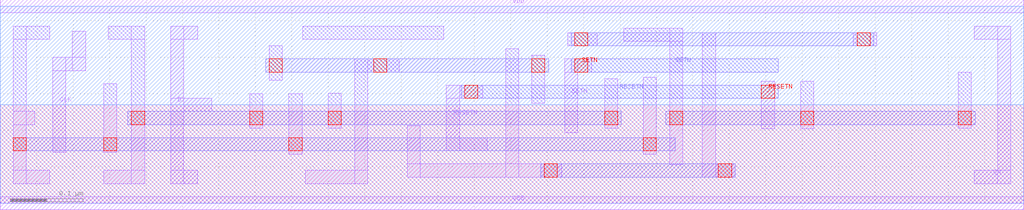
<source format=lef>
# BSD 3-Clause License
# 
# Copyright 2022 Lawrence T. Clark, Vinay Vashishtha, or Arizona State
# University
# 
# Redistribution and use in source and binary forms, with or without
# modification, are permitted provided that the following conditions are met:
# 
# 1. Redistributions of source code must retain the above copyright notice,
# this list of conditions and the following disclaimer.
# 
# 2. Redistributions in binary form must reproduce the above copyright
# notice, this list of conditions and the following disclaimer in the
# documentation and/or other materials provided with the distribution.
# 
# 3. Neither the name of the copyright holder nor the names of its
# contributors may be used to endorse or promote products derived from this
# software without specific prior written permission.
# 
# THIS SOFTWARE IS PROVIDED BY THE COPYRIGHT HOLDERS AND CONTRIBUTORS "AS IS"
# AND ANY EXPRESS OR IMPLIED WARRANTIES, INCLUDING, BUT NOT LIMITED TO, THE
# IMPLIED WARRANTIES OF MERCHANTABILITY AND FITNESS FOR A PARTICULAR PURPOSE
# ARE DISCLAIMED. IN NO EVENT SHALL THE COPYRIGHT HOLDER OR CONTRIBUTORS BE
# LIABLE FOR ANY DIRECT, INDIRECT, INCIDENTAL, SPECIAL, EXEMPLARY, OR
# CONSEQUENTIAL DAMAGES (INCLUDING, BUT NOT LIMITED TO, PROCUREMENT OF
# SUBSTITUTE GOODS OR SERVICES; LOSS OF USE, DATA, OR PROFITS; OR BUSINESS
# INTERRUPTION) HOWEVER CAUSED AND ON ANY THEORY OF LIABILITY, WHETHER IN
# CONTRACT, STRICT LIABILITY, OR TORT (INCLUDING NEGLIGENCE OR OTHERWISE)
# ARISING IN ANY WAY OUT OF THE USE OF THIS SOFTWARE, EVEN IF ADVISED OF THE
# POSSIBILITY OF SUCH DAMAGE.

VERSION 5.8 ;
BUSBITCHARS "[]" ;
DIVIDERCHAR "/" ;

SITE asap7sc7p5t
 CLASS CORE ;
 SIZE 0.054 BY 0.270 ;
 SYMMETRY Y ;
END asap7sc7p5t



MACRO AND2x2_ASAP7_75t_R_upper
  CLASS COVER ;
  ORIGIN 0 0 ;
  FOREIGN AND2x2_ASAP7_75t_R_upper 0 0 ;
  SIZE 0.324 BY 0.27 ;
  SYMMETRY X Y ;
  SITE asap7sc7p5t ;
  PIN A
    DIRECTION INPUT ;
    USE SIGNAL ;
    PORT
      LAYER M1_m ;
        RECT 0.126 0.07 0.144 0.2 ;
    END
  END A
  PIN B
    DIRECTION INPUT ;
    USE SIGNAL ;
    PORT
      LAYER M1_m ;
        RECT 0.018 0.126 0.084 0.144 ;
        RECT 0.018 0.034 0.036 0.236 ;
    END
  END B
  PIN VDD
    DIRECTION INOUT ;
    USE POWER ;
    SHAPE ABUTMENT ;
    PORT
      LAYER M1_m ;
        RECT 0 0.261 0.324 0.279 ;
    END
  END VDD
  PIN VSS
    DIRECTION INOUT ;
    USE GROUND ;
    SHAPE ABUTMENT ;
    PORT
      LAYER M1_m ;
        RECT 0 -0.009 0.324 0.009 ;
    END
  END VSS
  PIN Y
    DIRECTION OUTPUT ;
    USE SIGNAL ;
    PORT
      LAYER M1_m ;
        RECT 0.207 0.225 0.306 0.243 ;
        RECT 0.288 0.027 0.306 0.243 ;
        RECT 0.207 0.027 0.306 0.045 ;
        RECT 0.207 0.184 0.225 0.243 ;
        RECT 0.207 0.027 0.225 0.086 ;
    END
  END Y
  OBS
    LAYER M1_m ;
      RECT 0.094 0.225 0.18 0.243 ;
      RECT 0.162 0.027 0.18 0.243 ;
      RECT 0.162 0.126 0.203 0.144 ;
      RECT 0.07 0.027 0.088 0.086 ;
      RECT 0.07 0.027 0.18 0.045 ;
		LAYER RVTN_m ;
			RECT 0 0 0.324 0.135 ;
		LAYER RVTP_m ;
			RECT 0 0.135 0.324 0.27 ;
  END
END AND2x2_ASAP7_75t_R_upper

MACRO AND2x4_ASAP7_75t_R_upper
  CLASS COVER ;
  ORIGIN 0 0 ;
  FOREIGN AND2x4_ASAP7_75t_R_upper 0 0 ;
  SIZE 0.54 BY 0.27 ;
  SYMMETRY X Y ;
  SITE asap7sc7p5t ;
  PIN A
    DIRECTION INPUT ;
    USE SIGNAL ;
    PORT
      LAYER M1_m ;
        RECT 0.234 0.028 0.252 0.15 ;
        RECT 0.072 0.028 0.252 0.046 ;
        RECT 0.072 0.028 0.09 0.2 ;
    END
  END A
  PIN B
    DIRECTION INPUT ;
    USE SIGNAL ;
    PORT
      LAYER M1_m ;
        RECT 0.126 0.107 0.144 0.2 ;
    END
  END B
  PIN VDD
    DIRECTION INOUT ;
    USE POWER ;
    SHAPE ABUTMENT ;
    PORT
      LAYER M1_m ;
        RECT 0 0.261 0.54 0.279 ;
    END
  END VDD
  PIN VSS
    DIRECTION INOUT ;
    USE GROUND ;
    SHAPE ABUTMENT ;
    PORT
      LAYER M1_m ;
        RECT 0 -0.009 0.54 0.009 ;
    END
  END VSS
  PIN Y
    DIRECTION OUTPUT ;
    USE SIGNAL ;
    PORT
      LAYER M1_m ;
        RECT 0.31 0.225 0.468 0.243 ;
        RECT 0.45 0.027 0.468 0.243 ;
        RECT 0.31 0.027 0.468 0.045 ;
    END
  END Y
  OBS
    LAYER M1_m ;
      RECT 0.094 0.225 0.231 0.243 ;
      RECT 0.18 0.064 0.198 0.243 ;
      RECT 0.179 0.182 0.306 0.2 ;
      RECT 0.288 0.121 0.306 0.2 ;
      RECT 0.115 0.064 0.198 0.082 ;
		LAYER RVTN_m ;
			RECT 0 0 0.54 0.135 ;
		LAYER RVTP_m ;
			RECT 0 0.135 0.54 0.27 ;
  END
END AND2x4_ASAP7_75t_R_upper

MACRO AND2x6_ASAP7_75t_R_upper
  CLASS COVER ;
  ORIGIN 0 0 ;
  FOREIGN AND2x6_ASAP7_75t_R_upper 0 0 ;
  SIZE 0.648 BY 0.27 ;
  SYMMETRY X Y ;
  SITE asap7sc7p5t ;
  PIN A
    DIRECTION INPUT ;
    USE SIGNAL ;
    PORT
      LAYER M1_m ;
        RECT 0.234 0.028 0.252 0.15 ;
        RECT 0.072 0.028 0.252 0.046 ;
        RECT 0.072 0.028 0.09 0.2 ;
    END
  END A
  PIN B
    DIRECTION INPUT ;
    USE SIGNAL ;
    PORT
      LAYER M1_m ;
        RECT 0.126 0.107 0.144 0.2 ;
    END
  END B
  PIN VDD
    DIRECTION INOUT ;
    USE POWER ;
    SHAPE ABUTMENT ;
    PORT
      LAYER M1_m ;
        RECT 0 0.261 0.648 0.279 ;
    END
  END VDD
  PIN VSS
    DIRECTION INOUT ;
    USE GROUND ;
    SHAPE ABUTMENT ;
    PORT
      LAYER M1_m ;
        RECT 0 -0.009 0.648 0.009 ;
    END
  END VSS
  PIN Y
    DIRECTION OUTPUT ;
    USE SIGNAL ;
    PORT
      LAYER M1_m ;
        RECT 0.31 0.225 0.554 0.243 ;
        RECT 0.31 0.027 0.554 0.045 ;
        RECT 0.45 0.027 0.468 0.243 ;
    END
  END Y
  OBS
    LAYER M1_m ;
      RECT 0.094 0.225 0.231 0.243 ;
      RECT 0.18 0.064 0.198 0.243 ;
      RECT 0.179 0.182 0.306 0.2 ;
      RECT 0.288 0.121 0.306 0.2 ;
      RECT 0.115 0.064 0.198 0.082 ;
		LAYER RVTN_m ;
			RECT 0 0 0.648 0.135 ;
		LAYER RVTP_m ;
			RECT 0 0.135 0.648 0.27 ;
  END
END AND2x6_ASAP7_75t_R_upper

MACRO AND3x1_ASAP7_75t_R_upper
  CLASS COVER ;
  ORIGIN 0 0 ;
  FOREIGN AND3x1_ASAP7_75t_R_upper 0 0 ;
  SIZE 0.324 BY 0.27 ;
  SYMMETRY X Y ;
  SITE asap7sc7p5t ;
  PIN A
    DIRECTION INPUT ;
    USE SIGNAL ;
    PORT
      LAYER M1_m ;
        RECT 0.072 0.07 0.09 0.2 ;
    END
  END A
  PIN B
    DIRECTION INPUT ;
    USE SIGNAL ;
    PORT
      LAYER M1_m ;
        RECT 0.126 0.07 0.144 0.2 ;
    END
  END B
  PIN C
    DIRECTION INPUT ;
    USE SIGNAL ;
    PORT
      LAYER M1_m ;
        RECT 0.18 0.07 0.198 0.2 ;
    END
  END C
  PIN VDD
    DIRECTION INOUT ;
    USE POWER ;
    SHAPE ABUTMENT ;
    PORT
      LAYER M1_m ;
        RECT 0 0.261 0.324 0.279 ;
    END
  END VDD
  PIN VSS
    DIRECTION INOUT ;
    USE GROUND ;
    SHAPE ABUTMENT ;
    PORT
      LAYER M1_m ;
        RECT 0 -0.009 0.324 0.009 ;
    END
  END VSS
  PIN Y
    DIRECTION OUTPUT ;
    USE SIGNAL ;
    PORT
      LAYER M1_m ;
        RECT 0.261 0.183 0.306 0.201 ;
        RECT 0.288 0.076 0.306 0.201 ;
        RECT 0.261 0.076 0.306 0.094 ;
        RECT 0.261 0.183 0.279 0.235 ;
        RECT 0.261 0.034 0.279 0.094 ;
    END
  END Y
  OBS
    LAYER M1_m ;
      RECT 0.04 0.225 0.234 0.243 ;
      RECT 0.216 0.027 0.234 0.243 ;
      RECT 0.216 0.126 0.263 0.144 ;
      RECT 0.04 0.027 0.234 0.045 ;
		LAYER RVTN_m ;
			RECT 0 0 0.324 0.135 ;
		LAYER RVTP_m ;
			RECT 0 0.135 0.324 0.27 ;
  END
END AND3x1_ASAP7_75t_R_upper

MACRO AND3x2_ASAP7_75t_R_upper
  CLASS COVER ;
  ORIGIN 0 0 ;
  FOREIGN AND3x2_ASAP7_75t_R_upper 0 0 ;
  SIZE 0.378 BY 0.27 ;
  SYMMETRY X Y ;
  SITE asap7sc7p5t ;
  PIN A
    DIRECTION INPUT ;
    USE SIGNAL ;
    PORT
      LAYER M1_m ;
        RECT 0.072 0.07 0.09 0.2 ;
    END
  END A
  PIN B
    DIRECTION INPUT ;
    USE SIGNAL ;
    PORT
      LAYER M1_m ;
        RECT 0.126 0.07 0.144 0.2 ;
    END
  END B
  PIN C
    DIRECTION INPUT ;
    USE SIGNAL ;
    PORT
      LAYER M1_m ;
        RECT 0.18 0.07 0.198 0.2 ;
    END
  END C
  PIN VDD
    DIRECTION INOUT ;
    USE POWER ;
    SHAPE ABUTMENT ;
    PORT
      LAYER M1_m ;
        RECT 0 0.261 0.378 0.279 ;
    END
  END VDD
  PIN VSS
    DIRECTION INOUT ;
    USE GROUND ;
    SHAPE ABUTMENT ;
    PORT
      LAYER M1_m ;
        RECT 0 -0.009 0.378 0.009 ;
    END
  END VSS
  PIN Y
    DIRECTION OUTPUT ;
    USE SIGNAL ;
    PORT
      LAYER M1_m ;
        RECT 0.261 0.225 0.36 0.243 ;
        RECT 0.342 0.027 0.36 0.243 ;
        RECT 0.261 0.027 0.36 0.045 ;
        RECT 0.261 0.184 0.279 0.243 ;
        RECT 0.261 0.027 0.279 0.086 ;
    END
  END Y
  OBS
    LAYER M1_m ;
      RECT 0.04 0.225 0.234 0.243 ;
      RECT 0.216 0.027 0.234 0.243 ;
      RECT 0.216 0.126 0.284 0.144 ;
      RECT 0.04 0.027 0.234 0.045 ;
		LAYER RVTN_m ;
			RECT 0 0 0.378 0.135 ;
		LAYER RVTP_m ;
			RECT 0 0.135 0.378 0.27 ;
  END
END AND3x2_ASAP7_75t_R_upper

MACRO AND3x4_ASAP7_75t_R_upper
  CLASS COVER ;
  ORIGIN 0 0 ;
  FOREIGN AND3x4_ASAP7_75t_R_upper 0 0 ;
  SIZE 0.756 BY 0.27 ;
  SYMMETRY X Y ;
  SITE asap7sc7p5t ;
  PIN A
    DIRECTION INPUT ;
    USE SIGNAL ;
    PORT
      LAYER M1_m ;
        RECT 0.612 0.189 0.649 0.207 ;
        RECT 0.612 0.099 0.649 0.117 ;
        RECT 0.612 0.099 0.63 0.207 ;
    END
  END A
  PIN B
    DIRECTION INPUT ;
    USE SIGNAL ;
    PORT
      LAYER M1_m ;
        RECT 0.504 0.189 0.541 0.207 ;
        RECT 0.504 0.099 0.541 0.117 ;
        RECT 0.504 0.099 0.522 0.207 ;
    END
  END B
  PIN C
    DIRECTION INPUT ;
    USE SIGNAL ;
    PORT
      LAYER M1_m ;
        RECT 0.342 0.07 0.36 0.2 ;
    END
  END C
  PIN VDD
    DIRECTION INOUT ;
    USE POWER ;
    SHAPE ABUTMENT ;
    PORT
      LAYER M1_m ;
        RECT 0 0.261 0.756 0.279 ;
    END
  END VDD
  PIN VSS
    DIRECTION INOUT ;
    USE GROUND ;
    SHAPE ABUTMENT ;
    PORT
      LAYER M1_m ;
        RECT 0 -0.009 0.756 0.009 ;
    END
  END VSS
  PIN Y
    DIRECTION OUTPUT ;
    USE SIGNAL ;
    PORT
      LAYER M1_m ;
        RECT 0.018 0.225 0.23 0.243 ;
        RECT 0.018 0.027 0.23 0.045 ;
        RECT 0.018 0.027 0.036 0.243 ;
    END
  END Y
  OBS
    LAYER M1_m ;
      RECT 0.26 0.225 0.746 0.243 ;
      RECT 0.728 0.027 0.746 0.243 ;
      RECT 0.26 0.042 0.278 0.243 ;
      RECT 0.218 0.126 0.278 0.144 ;
      RECT 0.634 0.027 0.746 0.045 ;
      RECT 0.472 0.063 0.701 0.081 ;
      RECT 0.31 0.027 0.554 0.045 ;
		LAYER RVTN_m ;
			RECT 0 0 0.756 0.135 ;
		LAYER RVTP_m ;
			RECT 0 0.135 0.756 0.27 ;
  END
END AND3x4_ASAP7_75t_R_upper

MACRO AND4x1_ASAP7_75t_R_upper
  CLASS COVER ;
  ORIGIN 0 0 ;
  FOREIGN AND4x1_ASAP7_75t_R_upper 0 0 ;
  SIZE 0.378 BY 0.27 ;
  SYMMETRY X Y ;
  SITE asap7sc7p5t ;
  PIN A
    DIRECTION INPUT ;
    USE SIGNAL ;
    PORT
      LAYER M1_m ;
        RECT 0.072 0.07 0.09 0.2 ;
    END
  END A
  PIN B
    DIRECTION INPUT ;
    USE SIGNAL ;
    PORT
      LAYER M1_m ;
        RECT 0.126 0.034 0.144 0.2 ;
    END
  END B
  PIN C
    DIRECTION INPUT ;
    USE SIGNAL ;
    PORT
      LAYER M1_m ;
        RECT 0.18 0.034 0.198 0.2 ;
    END
  END C
  PIN D
    DIRECTION INPUT ;
    USE SIGNAL ;
    PORT
      LAYER M1_m ;
        RECT 0.234 0.034 0.252 0.164 ;
    END
  END D
  PIN VDD
    DIRECTION INOUT ;
    USE POWER ;
    SHAPE ABUTMENT ;
    PORT
      LAYER M1_m ;
        RECT 0 0.261 0.378 0.279 ;
    END
  END VDD
  PIN VSS
    DIRECTION INOUT ;
    USE GROUND ;
    SHAPE ABUTMENT ;
    PORT
      LAYER M1_m ;
        RECT 0 -0.009 0.378 0.009 ;
    END
  END VSS
  PIN Y
    DIRECTION OUTPUT ;
    USE SIGNAL ;
    PORT
      LAYER M1_m ;
        RECT 0.299 0.225 0.36 0.243 ;
        RECT 0.342 0.027 0.36 0.243 ;
        RECT 0.31 0.027 0.36 0.045 ;
    END
  END Y
  OBS
    LAYER M1_m ;
      RECT 0.018 0.225 0.252 0.243 ;
      RECT 0.234 0.189 0.252 0.243 ;
      RECT 0.018 0.027 0.036 0.243 ;
      RECT 0.234 0.189 0.306 0.207 ;
      RECT 0.288 0.12 0.306 0.207 ;
      RECT 0.018 0.027 0.085 0.045 ;
		LAYER RVTN_m ;
			RECT 0 0 0.378 0.135 ;
		LAYER RVTP_m ;
			RECT 0 0.135 0.378 0.27 ;
  END
END AND4x1_ASAP7_75t_R_upper

MACRO AND4x2_ASAP7_75t_R_upper
  CLASS COVER ;
  ORIGIN 0 0 ;
  FOREIGN AND4x2_ASAP7_75t_R_upper 0 0 ;
  SIZE 0.432 BY 0.27 ;
  SYMMETRY X Y ;
  SITE asap7sc7p5t ;
  PIN A
    DIRECTION INPUT ;
    USE SIGNAL ;
    PORT
      LAYER M1_m ;
        RECT 0.342 0.07 0.36 0.2 ;
    END
  END A
  PIN B
    DIRECTION INPUT ;
    USE SIGNAL ;
    PORT
      LAYER M1_m ;
        RECT 0.288 0.034 0.306 0.2 ;
    END
  END B
  PIN C
    DIRECTION INPUT ;
    USE SIGNAL ;
    PORT
      LAYER M1_m ;
        RECT 0.234 0.034 0.252 0.2 ;
    END
  END C
  PIN D
    DIRECTION INPUT ;
    USE SIGNAL ;
    PORT
      LAYER M1_m ;
        RECT 0.18 0.034 0.198 0.164 ;
    END
  END D
  PIN VDD
    DIRECTION INOUT ;
    USE POWER ;
    SHAPE ABUTMENT ;
    PORT
      LAYER M1_m ;
        RECT 0 0.261 0.432 0.279 ;
    END
  END VDD
  PIN VSS
    DIRECTION INOUT ;
    USE GROUND ;
    SHAPE ABUTMENT ;
    PORT
      LAYER M1_m ;
        RECT 0 -0.009 0.432 0.009 ;
    END
  END VSS
  PIN Y
    DIRECTION OUTPUT ;
    USE SIGNAL ;
    PORT
      LAYER M1_m ;
        RECT 0.018 0.225 0.122 0.243 ;
        RECT 0.018 0.027 0.122 0.045 ;
        RECT 0.018 0.027 0.036 0.243 ;
    END
  END Y
  OBS
    LAYER M1_m ;
      RECT 0.153 0.225 0.414 0.243 ;
      RECT 0.396 0.027 0.414 0.243 ;
      RECT 0.153 0.189 0.171 0.243 ;
      RECT 0.099 0.189 0.171 0.207 ;
      RECT 0.099 0.119 0.117 0.207 ;
      RECT 0.364 0.027 0.414 0.045 ;
		LAYER RVTN_m ;
			RECT 0 0 0.432 0.135 ;
		LAYER RVTP_m ;
			RECT 0 0.135 0.432 0.27 ;
  END
END AND4x2_ASAP7_75t_R_upper

























MACRO AOI21xp33_ASAP7_75t_R_upper
  CLASS COVER ;
  ORIGIN 0 0 ;
  FOREIGN AOI21xp33_ASAP7_75t_R_upper 0 0 ;
  SIZE 0.27 BY 0.27 ;
  SYMMETRY X Y ;
  SITE asap7sc7p5t ;
  PIN A1
    DIRECTION INPUT ;
    USE SIGNAL ;
    PORT
      LAYER M1_m ;
        RECT 0.107 0.189 0.144 0.207 ;
        RECT 0.126 0.063 0.144 0.207 ;
        RECT 0.107 0.063 0.144 0.081 ;
    END
  END A1
  PIN A2
    DIRECTION INPUT ;
    USE SIGNAL ;
    PORT
      LAYER M1_m ;
        RECT 0.018 0.125 0.095 0.143 ;
        RECT 0.018 0.189 0.055 0.207 ;
        RECT 0.018 0.027 0.055 0.045 ;
        RECT 0.018 0.027 0.036 0.207 ;
    END
  END A2
  PIN B
    DIRECTION INPUT ;
    USE SIGNAL ;
    PORT
      LAYER M1_m ;
        RECT 0.18 0.07 0.198 0.2 ;
    END
  END B
  PIN VDD
    DIRECTION INOUT ;
    USE POWER ;
    SHAPE ABUTMENT ;
    PORT
      LAYER M1_m ;
        RECT 0 0.261 0.27 0.279 ;
    END
  END VDD
  PIN VSS
    DIRECTION INOUT ;
    USE GROUND ;
    SHAPE ABUTMENT ;
    PORT
      LAYER M1_m ;
        RECT 0 -0.009 0.27 0.009 ;
    END
  END VSS
  PIN Y
    DIRECTION OUTPUT ;
    USE SIGNAL ;
    PORT
      LAYER M1_m ;
        RECT 0.202 0.225 0.252 0.243 ;
        RECT 0.234 0.027 0.252 0.243 ;
        RECT 0.107 0.027 0.252 0.045 ;
    END
  END Y
  OBS
    LAYER M1_m ;
      RECT 0.04 0.225 0.171 0.243 ;
		LAYER RVTN_m ;
			RECT 0 0 0.27 0.135 ;
		LAYER RVTP_m ;
			RECT 0 0.135 0.27 0.27 ;
  END
END AOI21xp33_ASAP7_75t_R_upper

MACRO AOI21xp5_ASAP7_75t_R_upper
  CLASS COVER ;
  ORIGIN 0 0 ;
  FOREIGN AOI21xp5_ASAP7_75t_R_upper 0 0 ;
  SIZE 0.27 BY 0.27 ;
  SYMMETRY X Y ;
  SITE asap7sc7p5t ;
  PIN A1
    DIRECTION INPUT ;
    USE SIGNAL ;
    PORT
      LAYER M1_m ;
        RECT 0.126 0.07 0.144 0.2 ;
    END
  END A1
  PIN A2
    DIRECTION INPUT ;
    USE SIGNAL ;
    PORT
      LAYER M1_m ;
        RECT 0.018 0.125 0.095 0.143 ;
        RECT 0.018 0.034 0.036 0.2 ;
    END
  END A2
  PIN B
    DIRECTION INPUT ;
    USE SIGNAL ;
    PORT
      LAYER M1_m ;
        RECT 0.18 0.07 0.198 0.2 ;
    END
  END B
  PIN VDD
    DIRECTION INOUT ;
    USE POWER ;
    SHAPE ABUTMENT ;
    PORT
      LAYER M1_m ;
        RECT 0 0.261 0.27 0.279 ;
    END
  END VDD
  PIN VSS
    DIRECTION INOUT ;
    USE GROUND ;
    SHAPE ABUTMENT ;
    PORT
      LAYER M1_m ;
        RECT 0 -0.009 0.27 0.009 ;
    END
  END VSS
  PIN Y
    DIRECTION OUTPUT ;
    USE SIGNAL ;
    PORT
      LAYER M1_m ;
        RECT 0.202 0.225 0.252 0.243 ;
        RECT 0.234 0.027 0.252 0.243 ;
        RECT 0.142 0.027 0.252 0.045 ;
    END
  END Y
  OBS
    LAYER M1_m ;
      RECT 0.04 0.225 0.171 0.243 ;
		LAYER RVTN_m ;
			RECT 0 0 0.27 0.135 ;
		LAYER RVTP_m ;
			RECT 0 0.135 0.27 0.27 ;
  END
END AOI21xp5_ASAP7_75t_R_upper





MACRO AOI22xp33_ASAP7_75t_R_upper
  CLASS COVER ;
  ORIGIN 0 0 ;
  FOREIGN AOI22xp33_ASAP7_75t_R_upper 0 0 ;
  SIZE 0.324 BY 0.27 ;
  SYMMETRY X Y ;
  SITE asap7sc7p5t ;
  PIN A1
    DIRECTION INPUT ;
    USE SIGNAL ;
    PORT
      LAYER M1_m ;
        RECT 0.072 0.034 0.09 0.2 ;
    END
  END A1
  PIN A2
    DIRECTION INPUT ;
    USE SIGNAL ;
    PORT
      LAYER M1_m ;
        RECT 0.126 0.07 0.144 0.2 ;
    END
  END A2
  PIN B1
    DIRECTION INPUT ;
    USE SIGNAL ;
    PORT
      LAYER M1_m ;
        RECT 0.234 0.07 0.252 0.164 ;
    END
  END B1
  PIN B2
    DIRECTION INPUT ;
    USE SIGNAL ;
    PORT
      LAYER M1_m ;
        RECT 0.18 0.07 0.198 0.164 ;
    END
  END B2
  PIN VDD
    DIRECTION INOUT ;
    USE POWER ;
    SHAPE ABUTMENT ;
    PORT
      LAYER M1_m ;
        RECT 0 0.261 0.324 0.279 ;
    END
  END VDD
  PIN VSS
    DIRECTION INOUT ;
    USE GROUND ;
    SHAPE ABUTMENT ;
    PORT
      LAYER M1_m ;
        RECT 0 -0.009 0.324 0.009 ;
    END
  END VSS
  PIN Y
    DIRECTION OUTPUT ;
    USE SIGNAL ;
    PORT
      LAYER M1_m ;
        RECT 0.202 0.189 0.306 0.207 ;
        RECT 0.288 0.027 0.306 0.207 ;
        RECT 0.148 0.027 0.306 0.045 ;
    END
  END Y
  OBS
    LAYER M1_m ;
      RECT 0.04 0.225 0.284 0.243 ;
		LAYER RVTN_m ;
			RECT 0 0 0.324 0.135 ;
		LAYER RVTP_m ;
			RECT 0 0.135 0.324 0.27 ;
  END
END AOI22xp33_ASAP7_75t_R_upper

MACRO AOI22xp5_ASAP7_75t_R_upper
  CLASS COVER ;
  ORIGIN 0 0 ;
  FOREIGN AOI22xp5_ASAP7_75t_R_upper 0 0 ;
  SIZE 0.324 BY 0.27 ;
  SYMMETRY X Y ;
  SITE asap7sc7p5t ;
  PIN A1
    DIRECTION INPUT ;
    USE SIGNAL ;
    PORT
      LAYER M1_m ;
        RECT 0.018 0.126 0.095 0.144 ;
        RECT 0.018 0.189 0.055 0.207 ;
        RECT 0.018 0.027 0.055 0.045 ;
        RECT 0.018 0.027 0.036 0.207 ;
    END
  END A1
  PIN A2
    DIRECTION INPUT ;
    USE SIGNAL ;
    PORT
      LAYER M1_m ;
        RECT 0.107 0.189 0.144 0.207 ;
        RECT 0.126 0.07 0.144 0.207 ;
    END
  END A2
  PIN B1
    DIRECTION INPUT ;
    USE SIGNAL ;
    PORT
      LAYER M1_m ;
        RECT 0.234 0.07 0.252 0.164 ;
    END
  END B1
  PIN B2
    DIRECTION INPUT ;
    USE SIGNAL ;
    PORT
      LAYER M1_m ;
        RECT 0.18 0.07 0.198 0.164 ;
    END
  END B2
  PIN VDD
    DIRECTION INOUT ;
    USE POWER ;
    SHAPE ABUTMENT ;
    PORT
      LAYER M1_m ;
        RECT 0 0.261 0.324 0.279 ;
    END
  END VDD
  PIN VSS
    DIRECTION INOUT ;
    USE GROUND ;
    SHAPE ABUTMENT ;
    PORT
      LAYER M1_m ;
        RECT 0 -0.009 0.324 0.009 ;
    END
  END VSS
  PIN Y
    DIRECTION OUTPUT ;
    USE SIGNAL ;
    PORT
      LAYER M1_m ;
        RECT 0.202 0.189 0.306 0.207 ;
        RECT 0.288 0.027 0.306 0.207 ;
        RECT 0.148 0.027 0.306 0.045 ;
    END
  END Y
  OBS
    LAYER M1_m ;
      RECT 0.04 0.225 0.284 0.243 ;
		LAYER RVTN_m ;
			RECT 0 0 0.324 0.135 ;
		LAYER RVTP_m ;
			RECT 0 0.135 0.324 0.27 ;
  END
END AOI22xp5_ASAP7_75t_R_upper
















MACRO BUFx2_ASAP7_75t_R_upper
  CLASS COVER ;
  ORIGIN 0 0 ;
  FOREIGN BUFx2_ASAP7_75t_R_upper 0 0 ;
  SIZE 0.27 BY 0.27 ;
  SYMMETRY X Y ;
  SITE asap7sc7p5t ;
  PIN A
    DIRECTION INPUT ;
    USE SIGNAL ;
    PORT
      LAYER M1_m ;
        RECT 0.018 0.126 0.073 0.144 ;
        RECT 0.018 0.189 0.055 0.207 ;
        RECT 0.018 0.063 0.055 0.081 ;
        RECT 0.018 0.063 0.036 0.207 ;
    END
  END A
  PIN VDD
    DIRECTION INOUT ;
    USE POWER ;
    SHAPE ABUTMENT ;
    PORT
      LAYER M1_m ;
        RECT 0 0.261 0.27 0.279 ;
    END
  END VDD
  PIN VSS
    DIRECTION INOUT ;
    USE GROUND ;
    SHAPE ABUTMENT ;
    PORT
      LAYER M1_m ;
        RECT 0 -0.009 0.27 0.009 ;
    END
  END VSS
  PIN Y
    DIRECTION OUTPUT ;
    USE SIGNAL ;
    PORT
      LAYER M1_m ;
        RECT 0.145 0.225 0.252 0.243 ;
        RECT 0.234 0.027 0.252 0.243 ;
        RECT 0.145 0.027 0.252 0.045 ;
    END
  END Y
  OBS
    LAYER M1_m ;
      RECT 0.04 0.225 0.12 0.243 ;
      RECT 0.102 0.027 0.12 0.243 ;
      RECT 0.102 0.126 0.203 0.144 ;
      RECT 0.04 0.027 0.12 0.045 ;
		LAYER RVTN_m ;
			RECT 0 0 0.27 0.135 ;
		LAYER RVTP_m ;
			RECT 0 0.135 0.27 0.27 ;
  END
END BUFx2_ASAP7_75t_R_upper

MACRO BUFx3_ASAP7_75t_R_upper
  CLASS COVER ;
  ORIGIN 0 0 ;
  FOREIGN BUFx3_ASAP7_75t_R_upper 0 0 ;
  SIZE 0.324 BY 0.27 ;
  SYMMETRY X Y ;
  SITE asap7sc7p5t ;
  PIN A
    DIRECTION INPUT ;
    USE SIGNAL ;
    PORT
      LAYER M1_m ;
        RECT 0.018 0.126 0.073 0.144 ;
        RECT 0.018 0.189 0.055 0.207 ;
        RECT 0.018 0.063 0.055 0.081 ;
        RECT 0.018 0.063 0.036 0.207 ;
    END
  END A
  PIN VDD
    DIRECTION INOUT ;
    USE POWER ;
    SHAPE ABUTMENT ;
    PORT
      LAYER M1_m ;
        RECT 0 0.261 0.324 0.279 ;
    END
  END VDD
  PIN VSS
    DIRECTION INOUT ;
    USE GROUND ;
    SHAPE ABUTMENT ;
    PORT
      LAYER M1_m ;
        RECT 0 -0.009 0.324 0.009 ;
    END
  END VSS
  PIN Y
    DIRECTION OUTPUT ;
    USE SIGNAL ;
    PORT
      LAYER M1_m ;
        RECT 0.145 0.225 0.306 0.243 ;
        RECT 0.288 0.027 0.306 0.243 ;
        RECT 0.145 0.027 0.306 0.045 ;
    END
  END Y
  OBS
    LAYER M1_m ;
      RECT 0.04 0.225 0.12 0.243 ;
      RECT 0.102 0.027 0.12 0.243 ;
      RECT 0.102 0.126 0.26 0.144 ;
      RECT 0.04 0.027 0.12 0.045 ;
		LAYER RVTN_m ;
			RECT 0 0 0.324 0.135 ;
		LAYER RVTP_m ;
			RECT 0 0.135 0.324 0.27 ;
  END
END BUFx3_ASAP7_75t_R_upper

MACRO BUFx4_ASAP7_75t_R_upper
  CLASS COVER ;
  ORIGIN 0 0 ;
  FOREIGN BUFx4_ASAP7_75t_R_upper 0 0 ;
  SIZE 0.378 BY 0.27 ;
  SYMMETRY X Y ;
  SITE asap7sc7p5t ;
  PIN A
    DIRECTION INPUT ;
    USE SIGNAL ;
    PORT
      LAYER M1_m ;
        RECT 0.018 0.126 0.073 0.144 ;
        RECT 0.018 0.189 0.055 0.207 ;
        RECT 0.018 0.063 0.055 0.081 ;
        RECT 0.018 0.063 0.036 0.207 ;
    END
  END A
  PIN VDD
    DIRECTION INOUT ;
    USE POWER ;
    SHAPE ABUTMENT ;
    PORT
      LAYER M1_m ;
        RECT 0 0.261 0.378 0.279 ;
    END
  END VDD
  PIN VSS
    DIRECTION INOUT ;
    USE GROUND ;
    SHAPE ABUTMENT ;
    PORT
      LAYER M1_m ;
        RECT 0 -0.009 0.378 0.009 ;
    END
  END VSS
  PIN Y
    DIRECTION OUTPUT ;
    USE SIGNAL ;
    PORT
      LAYER M1_m ;
        RECT 0.145 0.225 0.357 0.243 ;
        RECT 0.339 0.027 0.357 0.243 ;
        RECT 0.145 0.027 0.357 0.045 ;
    END
  END Y
  OBS
    LAYER M1_m ;
      RECT 0.04 0.225 0.12 0.243 ;
      RECT 0.102 0.027 0.12 0.243 ;
      RECT 0.102 0.126 0.314 0.144 ;
      RECT 0.04 0.027 0.12 0.045 ;
		LAYER RVTN_m ;
			RECT 0 0 0.378 0.135 ;
		LAYER RVTP_m ;
			RECT 0 0.135 0.378 0.27 ;
  END
END BUFx4_ASAP7_75t_R_upper

MACRO BUFx4f_ASAP7_75t_R_upper
  CLASS COVER ;
  ORIGIN 0 0 ;
  FOREIGN BUFx4f_ASAP7_75t_R_upper 0 0 ;
  SIZE 0.432 BY 0.27 ;
  SYMMETRY X Y ;
  SITE asap7sc7p5t ;
  PIN A
    DIRECTION INPUT ;
    USE SIGNAL ;
    PORT
      LAYER M1_m ;
        RECT 0.018 0.126 0.098 0.144 ;
        RECT 0.018 0.225 0.055 0.243 ;
        RECT 0.018 0.027 0.055 0.045 ;
        RECT 0.018 0.027 0.036 0.243 ;
    END
  END A
  PIN VDD
    DIRECTION INOUT ;
    USE POWER ;
    SHAPE ABUTMENT ;
    PORT
      LAYER M1_m ;
        RECT 0 0.261 0.432 0.279 ;
    END
  END VDD
  PIN VSS
    DIRECTION INOUT ;
    USE GROUND ;
    SHAPE ABUTMENT ;
    PORT
      LAYER M1_m ;
        RECT 0 -0.009 0.432 0.009 ;
    END
  END VSS
  PIN Y
    DIRECTION OUTPUT ;
    USE SIGNAL ;
    PORT
      LAYER M1_m ;
        RECT 0.199 0.225 0.414 0.243 ;
        RECT 0.396 0.027 0.414 0.243 ;
        RECT 0.199 0.027 0.414 0.045 ;
    END
  END Y
  OBS
    LAYER M1_m ;
      RECT 0.091 0.225 0.144 0.243 ;
      RECT 0.126 0.027 0.144 0.243 ;
      RECT 0.126 0.126 0.367 0.144 ;
      RECT 0.091 0.027 0.144 0.045 ;
		LAYER RVTN_m ;
			RECT 0 0 0.432 0.135 ;
		LAYER RVTP_m ;
			RECT 0 0.135 0.432 0.27 ;
  END
END BUFx4f_ASAP7_75t_R_upper














MACRO DECAPx10_ASAP7_75t_R_upper
  CLASS COVER ;
  ORIGIN 0 0 ;
  FOREIGN DECAPx10_ASAP7_75t_R_upper 0 0 ;
  SIZE 1.188 BY 0.27 ;
  SYMMETRY X Y ;
  SITE asap7sc7p5t ;
  PIN VDD
    DIRECTION INOUT ;
    USE POWER ;
    SHAPE ABUTMENT ;
    PORT
      LAYER M1_m ;
        RECT 0 0.261 1.188 0.279 ;
    END
  END VDD
  PIN VSS
    DIRECTION INOUT ;
    USE GROUND ;
    SHAPE ABUTMENT ;
    PORT
      LAYER M1_m ;
        RECT 0 -0.009 1.188 0.009 ;
    END
  END VSS
  OBS
    LAYER M1_m ;
      RECT 0.558 0.045 0.576 0.15 ;
      RECT 0.558 0.045 1.148 0.063 ;
      RECT 0.04 0.207 0.63 0.225 ;
      RECT 0.612 0.121 0.63 0.225 ;
		LAYER RVTN_m ;
			RECT 0 0 1.188 0.135 ;
		LAYER RVTP_m ;
			RECT 0 0.135 1.188 0.27 ;
  END
END DECAPx10_ASAP7_75t_R_upper

MACRO DECAPx1_ASAP7_75t_R_upper
  CLASS COVER ;
  ORIGIN 0 0 ;
  FOREIGN DECAPx1_ASAP7_75t_R_upper 0 0 ;
  SIZE 0.216 BY 0.27 ;
  SYMMETRY X Y ;
  SITE asap7sc7p5t ;
  PIN VDD
    DIRECTION INOUT ;
    USE POWER ;
    SHAPE ABUTMENT ;
    PORT
      LAYER M1_m ;
        RECT 0 0.261 0.216 0.279 ;
    END
  END VDD
  PIN VSS
    DIRECTION INOUT ;
    USE GROUND ;
    SHAPE ABUTMENT ;
    PORT
      LAYER M1_m ;
        RECT 0 -0.009 0.216 0.009 ;
    END
  END VSS
  OBS
    LAYER M1_m ;
      RECT 0.094 0.207 0.144 0.225 ;
      RECT 0.126 0.121 0.144 0.225 ;
      RECT 0.072 0.045 0.09 0.15 ;
      RECT 0.072 0.045 0.122 0.063 ;
		LAYER RVTN_m ;
			RECT 0 0 0.216 0.135 ;
		LAYER RVTP_m ;
			RECT 0 0.135 0.216 0.27 ;
  END
END DECAPx1_ASAP7_75t_R_upper

MACRO DECAPx2_ASAP7_75t_R_upper
  CLASS COVER ;
  ORIGIN 0 0 ;
  FOREIGN DECAPx2_ASAP7_75t_R_upper 0 0 ;
  SIZE 0.324 BY 0.27 ;
  SYMMETRY X Y ;
  SITE asap7sc7p5t ;
  PIN VDD
    DIRECTION INOUT ;
    USE POWER ;
    SHAPE ABUTMENT ;
    PORT
      LAYER M1_m ;
        RECT 0 0.261 0.324 0.279 ;
    END
  END VDD
  PIN VSS
    DIRECTION INOUT ;
    USE GROUND ;
    SHAPE ABUTMENT ;
    PORT
      LAYER M1_m ;
        RECT 0 -0.009 0.324 0.009 ;
    END
  END VSS
  OBS
    LAYER M1_m ;
      RECT 0.126 0.045 0.144 0.15 ;
      RECT 0.126 0.045 0.284 0.063 ;
      RECT 0.04 0.207 0.198 0.225 ;
      RECT 0.18 0.121 0.198 0.225 ;
		LAYER RVTN_m ;
			RECT 0 0 0.324 0.135 ;
		LAYER RVTP_m ;
			RECT 0 0.135 0.324 0.27 ;
  END
END DECAPx2_ASAP7_75t_R_upper

MACRO DECAPx2b_ASAP7_75t_R_upper
  CLASS COVER ;
  ORIGIN 0 0 ;
  FOREIGN DECAPx2b_ASAP7_75t_R_upper 0 0 ;
  SIZE 0.324 BY 0.27 ;
  SYMMETRY X Y ;
  SITE asap7sc7p5t ;
  PIN VDD
    DIRECTION INOUT ;
    USE POWER ;
    SHAPE ABUTMENT ;
    PORT
      LAYER M1_m ;
        RECT 0 0.261 0.324 0.279 ;
    END
  END VDD
  PIN VSS
    DIRECTION INOUT ;
    USE GROUND ;
    SHAPE ABUTMENT ;
    PORT
      LAYER M1_m ;
        RECT 0 -0.009 0.324 0.009 ;
    END
  END VSS
  OBS
    LAYER M1_m ;
      RECT 0.094 0.162 0.249 0.18 ;
      RECT 0.18 0.126 0.198 0.18 ;
      RECT 0.18 0.126 0.238 0.144 ;
      RECT 0.088 0.126 0.144 0.144 ;
      RECT 0.126 0.09 0.144 0.144 ;
      RECT 0.078 0.09 0.23 0.108 ;
		LAYER RVTN_m ;
			RECT 0 0 0.324 0.135 ;
		LAYER RVTP_m ;
			RECT 0 0.135 0.324 0.27 ;
  END
END DECAPx2b_ASAP7_75t_R_upper

MACRO DECAPx4_ASAP7_75t_R_upper
  CLASS COVER ;
  ORIGIN 0 0 ;
  FOREIGN DECAPx4_ASAP7_75t_R_upper 0 0 ;
  SIZE 0.54 BY 0.27 ;
  SYMMETRY X Y ;
  SITE asap7sc7p5t ;
  PIN VDD
    DIRECTION INOUT ;
    USE POWER ;
    SHAPE ABUTMENT ;
    PORT
      LAYER M1_m ;
        RECT 0 0.261 0.54 0.279 ;
    END
  END VDD
  PIN VSS
    DIRECTION INOUT ;
    USE GROUND ;
    SHAPE ABUTMENT ;
    PORT
      LAYER M1_m ;
        RECT 0 -0.009 0.54 0.009 ;
    END
  END VSS
  OBS
    LAYER M1_m ;
      RECT 0.234 0.045 0.252 0.15 ;
      RECT 0.234 0.045 0.5 0.063 ;
      RECT 0.04 0.207 0.306 0.225 ;
      RECT 0.288 0.121 0.306 0.225 ;
		LAYER RVTN_m ;
			RECT 0 0 0.54 0.135 ;
		LAYER RVTP_m ;
			RECT 0 0.135 0.54 0.27 ;
  END
END DECAPx4_ASAP7_75t_R_upper

MACRO DECAPx6_ASAP7_75t_R_upper
  CLASS COVER ;
  ORIGIN 0 0 ;
  FOREIGN DECAPx6_ASAP7_75t_R_upper 0 0 ;
  SIZE 0.756 BY 0.27 ;
  SYMMETRY X Y ;
  SITE asap7sc7p5t ;
  PIN VDD
    DIRECTION INOUT ;
    USE POWER ;
    SHAPE ABUTMENT ;
    PORT
      LAYER M1_m ;
        RECT 0 0.261 0.756 0.279 ;
    END
  END VDD
  PIN VSS
    DIRECTION INOUT ;
    USE GROUND ;
    SHAPE ABUTMENT ;
    PORT
      LAYER M1_m ;
        RECT 0 -0.009 0.756 0.009 ;
    END
  END VSS
  OBS
    LAYER M1_m ;
      RECT 0.342 0.045 0.36 0.15 ;
      RECT 0.342 0.045 0.716 0.063 ;
      RECT 0.04 0.207 0.414 0.225 ;
      RECT 0.396 0.121 0.414 0.225 ;
		LAYER RVTN_m ;
			RECT 0 0 0.756 0.135 ;
		LAYER RVTP_m ;
			RECT 0 0.135 0.756 0.27 ;
  END
END DECAPx6_ASAP7_75t_R_upper

MACRO DFFASRHQNx1_ASAP7_75t_R_upper
  CLASS COVER ;
  ORIGIN 0 0 ;
  FOREIGN DFFASRHQNx1_ASAP7_75t_R_upper 0 0 ;
  SIZE 1.404 BY 0.27 ;
  SYMMETRY X Y ;
  SITE asap7sc7p5t ;
  PIN CLK
    DIRECTION INPUT ;
    USE CLOCK ;
    PORT
      LAYER M1_m ;
        RECT 0.099 0.182 0.117 0.236 ;
        RECT 0.072 0.182 0.117 0.2 ;
        RECT 0.072 0.07 0.09 0.2 ;
    END
  END CLK
  PIN D
    DIRECTION INPUT ;
    USE SIGNAL ;
    PORT
      LAYER M1_m ;
        RECT 0.234 0.126 0.29 0.144 ;
        RECT 0.234 0.225 0.271 0.243 ;
        RECT 0.234 0.027 0.271 0.045 ;
        RECT 0.234 0.027 0.252 0.243 ;
    END
  END D
  PIN QN
    DIRECTION OUTPUT ;
    USE SIGNAL ;
    PORT
      LAYER M1_m ;
        RECT 1.336 0.225 1.386 0.243 ;
        RECT 1.368 0.027 1.386 0.243 ;
        RECT 1.336 0.027 1.386 0.045 ;
    END
  END QN
  PIN VDD
    DIRECTION INOUT ;
    USE POWER ;
    SHAPE ABUTMENT ;
    PORT
      LAYER M1_m ;
        RECT 0 0.261 1.404 0.279 ;
    END
  END VDD
  PIN VSS
    DIRECTION INOUT ;
    USE GROUND ;
    SHAPE ABUTMENT ;
    PORT
      LAYER M1_m ;
        RECT 0 -0.009 1.404 0.009 ;
    END
  END VSS
  PIN RESETN
    DIRECTION INPUT ;
    USE SIGNAL ;
    PORT
      LAYER M2_m ;
        RECT 0.632 0.144 1.067 0.162 ;
      LAYER M1_m ;
        RECT 1.044 0.102 1.062 0.167 ;
        RECT 0.612 0.072 0.668 0.09 ;
        RECT 0.612 0.144 0.662 0.162 ;
        RECT 0.612 0.072 0.63 0.162 ;
      LAYER V1_m ;
        RECT 0.637 0.144 0.655 0.162 ;
        RECT 1.044 0.144 1.062 0.162 ;
    END
  END RESETN
  PIN SETN
    DIRECTION INPUT ;
    USE SIGNAL ;
    PORT
      LAYER M2_m ;
        RECT 0.783 0.18 1.067 0.198 ;
      LAYER M1_m ;
        RECT 0.774 0.18 0.811 0.198 ;
        RECT 0.774 0.097 0.792 0.198 ;
      LAYER V1_m ;
        RECT 0.788 0.18 0.806 0.198 ;
    END
  END SETN
  OBS
    LAYER M1_m ;
      RECT 0.963 0.036 0.981 0.234 ;
      RECT 0.963 0.036 1.008 0.054 ;
      RECT 0.855 0.222 0.936 0.24 ;
      RECT 0.918 0.053 0.936 0.24 ;
      RECT 0.693 0.036 0.711 0.212 ;
      RECT 0.558 0.036 0.576 0.106 ;
      RECT 0.558 0.036 0.77 0.054 ;
      RECT 0.486 0.18 0.547 0.198 ;
      RECT 0.486 0.027 0.504 0.198 ;
      RECT 0.418 0.027 0.504 0.045 ;
      RECT 0.148 0.225 0.198 0.243 ;
      RECT 0.18 0.027 0.198 0.243 ;
      RECT 0.142 0.027 0.198 0.045 ;
      RECT 0.018 0.225 0.068 0.243 ;
      RECT 0.018 0.027 0.036 0.243 ;
      RECT 0.018 0.108 0.047 0.126 ;
      RECT 0.018 0.027 0.068 0.045 ;
      RECT 1.314 0.103 1.332 0.18 ;
      RECT 1.17 0.216 1.202 0.234 ;
      RECT 1.098 0.102 1.116 0.167 ;
      RECT 0.882 0.067 0.9 0.173 ;
      RECT 0.829 0.103 0.847 0.171 ;
      RECT 0.778 0.216 0.819 0.234 ;
      RECT 0.729 0.137 0.747 0.203 ;
      RECT 0.415 0.225 0.608 0.243 ;
      RECT 0.45 0.103 0.468 0.151 ;
      RECT 0.396 0.067 0.414 0.15 ;
      RECT 0.369 0.169 0.387 0.216 ;
      RECT 0.342 0.103 0.36 0.15 ;
      RECT 0.142 0.07 0.16 0.164 ;
    LAYER M2_m ;
      RECT 0.913 0.108 1.337 0.126 ;
      RECT 0.783 0.216 1.198 0.234 ;
      RECT 0.741 0.036 1.008 0.054 ;
      RECT 0.018 0.072 0.926 0.09 ;
      RECT 0.175 0.108 0.852 0.126 ;
      RECT 0.364 0.18 0.752 0.198 ;
    LAYER V1_m ;
      RECT 1.314 0.108 1.332 0.126 ;
      RECT 1.175 0.216 1.193 0.234 ;
      RECT 1.098 0.108 1.116 0.126 ;
      RECT 0.985 0.036 1.003 0.054 ;
      RECT 0.918 0.108 0.936 0.126 ;
      RECT 0.882 0.072 0.9 0.09 ;
      RECT 0.829 0.108 0.847 0.126 ;
      RECT 0.788 0.216 0.806 0.234 ;
      RECT 0.746 0.036 0.764 0.054 ;
      RECT 0.729 0.18 0.747 0.198 ;
      RECT 0.512 0.18 0.53 0.198 ;
      RECT 0.45 0.108 0.468 0.126 ;
      RECT 0.396 0.072 0.414 0.09 ;
      RECT 0.369 0.18 0.387 0.198 ;
      RECT 0.342 0.108 0.36 0.126 ;
      RECT 0.18 0.108 0.198 0.126 ;
      RECT 0.142 0.072 0.16 0.09 ;
      RECT 0.018 0.072 0.036 0.09 ;
		LAYER RVTN_m ;
			RECT 0 0 1.404 0.135 ;
		LAYER RVTP_m ;
			RECT 0 0.135 1.404 0.27 ;
  END
END DFFASRHQNx1_ASAP7_75t_R_upper




MACRO DFFHQx4_ASAP7_75t_R_upper
  CLASS COVER ;
  ORIGIN 0 0 ;
  FOREIGN DFFHQx4_ASAP7_75t_R_upper 0 0 ;
  SIZE 1.35 BY 0.27 ;
  SYMMETRY X Y ;
  SITE asap7sc7p5t ;
  PIN CLK
    DIRECTION INPUT ;
    USE CLOCK ;
    PORT
      LAYER M1_m ;
        RECT 0.099 0.164 0.117 0.236 ;
        RECT 0.072 0.07 0.117 0.106 ;
        RECT 0.099 0.034 0.117 0.106 ;
        RECT 0.072 0.164 0.117 0.2 ;
        RECT 0.072 0.07 0.09 0.2 ;
    END
  END CLK
  PIN D
    DIRECTION INPUT ;
    USE SIGNAL ;
    PORT
      LAYER M1_m ;
        RECT 0.234 0.126 0.29 0.144 ;
        RECT 0.234 0.225 0.271 0.243 ;
        RECT 0.234 0.027 0.271 0.045 ;
        RECT 0.234 0.027 0.252 0.243 ;
    END
  END D
  PIN Q
    DIRECTION OUTPUT ;
    USE SIGNAL ;
    PORT
      LAYER M1_m ;
        RECT 1.125 0.225 1.333 0.243 ;
        RECT 1.313 0.027 1.333 0.243 ;
        RECT 1.125 0.027 1.333 0.045 ;
        RECT 1.125 0.201 1.143 0.243 ;
        RECT 1.125 0.027 1.143 0.069 ;
    END
  END Q
  PIN VDD
    DIRECTION INOUT ;
    USE POWER ;
    SHAPE ABUTMENT ;
    PORT
      LAYER M1_m ;
        RECT 0 0.261 1.35 0.279 ;
    END
  END VDD
  PIN VSS
    DIRECTION INOUT ;
    USE GROUND ;
    SHAPE ABUTMENT ;
    PORT
      LAYER M1_m ;
        RECT 0 -0.009 1.35 0.009 ;
    END
  END VSS
  OBS
    LAYER M1_m ;
      RECT 1.012 0.225 1.098 0.243 ;
      RECT 1.08 0.027 1.098 0.243 ;
      RECT 1.08 0.127 1.175 0.145 ;
      RECT 1.012 0.027 1.098 0.045 ;
      RECT 0.85 0.225 0.954 0.243 ;
      RECT 0.936 0.027 0.954 0.243 ;
      RECT 0.774 0.027 0.792 0.119 ;
      RECT 0.774 0.027 0.954 0.045 ;
      RECT 0.688 0.224 0.738 0.242 ;
      RECT 0.72 0.027 0.738 0.242 ;
      RECT 0.72 0.153 0.9 0.171 ;
      RECT 0.882 0.117 0.9 0.171 ;
      RECT 0.828 0.117 0.846 0.171 ;
      RECT 0.634 0.027 0.738 0.045 ;
      RECT 0.576 0.225 0.63 0.243 ;
      RECT 0.612 0.081 0.63 0.243 ;
      RECT 0.496 0.081 0.63 0.099 ;
      RECT 0.585 0.045 0.603 0.099 ;
      RECT 0.364 0.225 0.468 0.243 ;
      RECT 0.45 0.027 0.468 0.243 ;
      RECT 0.45 0.122 0.581 0.14 ;
      RECT 0.418 0.027 0.468 0.045 ;
      RECT 0.315 0.126 0.333 0.203 ;
      RECT 0.315 0.126 0.367 0.144 ;
      RECT 0.148 0.225 0.198 0.243 ;
      RECT 0.18 0.027 0.198 0.243 ;
      RECT 0.148 0.027 0.198 0.045 ;
      RECT 0.009 0.225 0.068 0.243 ;
      RECT 0.009 0.027 0.027 0.243 ;
      RECT 0.009 0.144 0.047 0.162 ;
      RECT 0.009 0.027 0.068 0.045 ;
      RECT 0.99 0.122 1.008 0.167 ;
      RECT 0.666 0.101 0.684 0.167 ;
      RECT 0.504 0.165 0.522 0.203 ;
      RECT 0.396 0.106 0.414 0.167 ;
      RECT 0.142 0.106 0.16 0.167 ;
    LAYER M2_m ;
      RECT 0.877 0.144 1.013 0.162 ;
      RECT 0.019 0.144 0.689 0.162 ;
      RECT 0.175 0.18 0.527 0.198 ;
    LAYER V1_m ;
      RECT 0.99 0.144 1.008 0.162 ;
      RECT 0.882 0.144 0.9 0.162 ;
      RECT 0.666 0.144 0.684 0.162 ;
      RECT 0.504 0.18 0.522 0.198 ;
      RECT 0.396 0.144 0.414 0.162 ;
      RECT 0.315 0.18 0.333 0.198 ;
      RECT 0.18 0.18 0.198 0.198 ;
      RECT 0.142 0.144 0.16 0.162 ;
      RECT 0.024 0.144 0.042 0.162 ;
		LAYER RVTN_m ;
			RECT 0 0 1.35 0.135 ;
		LAYER RVTP_m ;
			RECT 0 0.135 1.35 0.27 ;
  END
END DFFHQx4_ASAP7_75t_R_upper





MACRO DHLx1_ASAP7_75t_R_upper
  CLASS COVER ;
  ORIGIN 0 0 ;
  FOREIGN DHLx1_ASAP7_75t_R_upper 0 0 ;
  SIZE 0.81 BY 0.27 ;
  SYMMETRY X Y ;
  SITE asap7sc7p5t ;
  PIN CLK
    DIRECTION INPUT ;
    USE CLOCK ;
    PORT
      LAYER M1_m ;
        RECT 0.099 0.153 0.117 0.236 ;
        RECT 0.072 0.081 0.117 0.117 ;
        RECT 0.099 0.034 0.117 0.117 ;
        RECT 0.072 0.153 0.117 0.189 ;
        RECT 0.072 0.081 0.09 0.189 ;
    END
  END CLK
  PIN D
    DIRECTION INPUT ;
    USE SIGNAL ;
    PORT
      LAYER M1_m ;
        RECT 0.288 0.027 0.325 0.045 ;
        RECT 0.288 0.027 0.306 0.236 ;
    END
  END D
  PIN Q
    DIRECTION OUTPUT ;
    USE SIGNAL ;
    PORT
      LAYER M1_m ;
        RECT 0.742 0.225 0.792 0.243 ;
        RECT 0.774 0.027 0.792 0.243 ;
        RECT 0.742 0.027 0.792 0.045 ;
    END
  END Q
  PIN VDD
    DIRECTION INOUT ;
    USE POWER ;
    SHAPE ABUTMENT ;
    PORT
      LAYER M1_m ;
        RECT 0 0.261 0.81 0.279 ;
    END
  END VDD
  PIN VSS
    DIRECTION INOUT ;
    USE GROUND ;
    SHAPE ABUTMENT ;
    PORT
      LAYER M1_m ;
        RECT 0 -0.009 0.81 0.009 ;
    END
  END VSS
  OBS
    LAYER M1_m ;
      RECT 0.58 0.225 0.63 0.243 ;
      RECT 0.612 0.027 0.63 0.243 ;
      RECT 0.504 0.027 0.522 0.096 ;
      RECT 0.504 0.027 0.63 0.045 ;
      RECT 0.364 0.225 0.468 0.243 ;
      RECT 0.45 0.027 0.468 0.243 ;
      RECT 0.45 0.121 0.581 0.139 ;
      RECT 0.414 0.027 0.468 0.045 ;
      RECT 0.342 0.189 0.379 0.207 ;
      RECT 0.342 0.106 0.36 0.207 ;
      RECT 0.148 0.225 0.252 0.243 ;
      RECT 0.234 0.027 0.252 0.243 ;
      RECT 0.148 0.027 0.252 0.045 ;
      RECT 0.148 0.18 0.198 0.198 ;
      RECT 0.18 0.126 0.198 0.198 ;
      RECT 0.138 0.126 0.198 0.144 ;
      RECT 0.009 0.225 0.068 0.243 ;
      RECT 0.009 0.027 0.027 0.243 ;
      RECT 0.009 0.18 0.047 0.198 ;
      RECT 0.009 0.027 0.068 0.045 ;
      RECT 0.72 0.122 0.738 0.167 ;
      RECT 0.504 0.164 0.522 0.207 ;
      RECT 0.396 0.106 0.414 0.171 ;
    LAYER M2_m ;
      RECT 0.45 0.144 0.743 0.162 ;
      RECT 0.019 0.18 0.527 0.198 ;
      RECT 0.229 0.144 0.414 0.162 ;
    LAYER V1_m ;
      RECT 0.72 0.144 0.738 0.162 ;
      RECT 0.504 0.18 0.522 0.198 ;
      RECT 0.45 0.144 0.468 0.162 ;
      RECT 0.396 0.144 0.414 0.162 ;
      RECT 0.342 0.18 0.36 0.198 ;
      RECT 0.234 0.144 0.252 0.162 ;
      RECT 0.153 0.18 0.171 0.198 ;
      RECT 0.024 0.18 0.042 0.198 ;
		LAYER RVTN_m ;
			RECT 0 0 0.81 0.135 ;
		LAYER RVTP_m ;
			RECT 0 0.135 0.81 0.27 ;
  END
END DHLx1_ASAP7_75t_R_upper

MACRO DHLx2_ASAP7_75t_R_upper
  CLASS COVER ;
  ORIGIN 0 0 ;
  FOREIGN DHLx2_ASAP7_75t_R_upper 0 0 ;
  SIZE 0.864 BY 0.27 ;
  SYMMETRY X Y ;
  SITE asap7sc7p5t ;
  PIN CLK
    DIRECTION INPUT ;
    USE CLOCK ;
    PORT
      LAYER M1_m ;
        RECT 0.099 0.153 0.117 0.236 ;
        RECT 0.072 0.081 0.117 0.117 ;
        RECT 0.099 0.034 0.117 0.117 ;
        RECT 0.072 0.153 0.117 0.189 ;
        RECT 0.072 0.081 0.09 0.189 ;
    END
  END CLK
  PIN D
    DIRECTION INPUT ;
    USE SIGNAL ;
    PORT
      LAYER M1_m ;
        RECT 0.288 0.027 0.325 0.045 ;
        RECT 0.288 0.027 0.306 0.236 ;
    END
  END D
  PIN Q
    DIRECTION OUTPUT ;
    USE SIGNAL ;
    PORT
      LAYER M1_m ;
        RECT 0.741 0.216 0.85 0.234 ;
        RECT 0.832 0.036 0.85 0.234 ;
        RECT 0.742 0.036 0.85 0.054 ;
    END
  END Q
  PIN VDD
    DIRECTION INOUT ;
    USE POWER ;
    SHAPE ABUTMENT ;
    PORT
      LAYER M1_m ;
        RECT 0 0.261 0.864 0.279 ;
    END
  END VDD
  PIN VSS
    DIRECTION INOUT ;
    USE GROUND ;
    SHAPE ABUTMENT ;
    PORT
      LAYER M1_m ;
        RECT 0 -0.009 0.864 0.009 ;
    END
  END VSS
  OBS
    LAYER M1_m ;
      RECT 0.58 0.225 0.63 0.243 ;
      RECT 0.612 0.027 0.63 0.243 ;
      RECT 0.504 0.027 0.522 0.096 ;
      RECT 0.504 0.027 0.63 0.045 ;
      RECT 0.364 0.225 0.468 0.243 ;
      RECT 0.45 0.027 0.468 0.243 ;
      RECT 0.45 0.121 0.581 0.139 ;
      RECT 0.414 0.027 0.468 0.045 ;
      RECT 0.342 0.189 0.379 0.207 ;
      RECT 0.342 0.106 0.36 0.207 ;
      RECT 0.148 0.225 0.252 0.243 ;
      RECT 0.234 0.027 0.252 0.243 ;
      RECT 0.148 0.027 0.252 0.045 ;
      RECT 0.148 0.18 0.198 0.198 ;
      RECT 0.18 0.126 0.198 0.198 ;
      RECT 0.138 0.126 0.198 0.144 ;
      RECT 0.009 0.225 0.068 0.243 ;
      RECT 0.009 0.027 0.027 0.243 ;
      RECT 0.009 0.18 0.047 0.198 ;
      RECT 0.009 0.027 0.068 0.045 ;
      RECT 0.774 0.09 0.792 0.167 ;
      RECT 0.72 0.09 0.738 0.167 ;
      RECT 0.504 0.164 0.522 0.207 ;
      RECT 0.396 0.106 0.414 0.171 ;
    LAYER M2_m ;
      RECT 0.45 0.144 0.797 0.162 ;
      RECT 0.019 0.18 0.527 0.198 ;
      RECT 0.229 0.144 0.414 0.162 ;
    LAYER V1_m ;
      RECT 0.774 0.144 0.792 0.162 ;
      RECT 0.72 0.144 0.738 0.162 ;
      RECT 0.504 0.18 0.522 0.198 ;
      RECT 0.45 0.144 0.468 0.162 ;
      RECT 0.396 0.144 0.414 0.162 ;
      RECT 0.342 0.18 0.36 0.198 ;
      RECT 0.234 0.144 0.252 0.162 ;
      RECT 0.153 0.18 0.171 0.198 ;
      RECT 0.024 0.18 0.042 0.198 ;
		LAYER RVTN_m ;
			RECT 0 0 0.864 0.135 ;
		LAYER RVTP_m ;
			RECT 0 0.135 0.864 0.27 ;
  END
END DHLx2_ASAP7_75t_R_upper


MACRO DLLx1_ASAP7_75t_R_upper
  CLASS COVER ;
  ORIGIN 0 0 ;
  FOREIGN DLLx1_ASAP7_75t_R_upper 0 0 ;
  SIZE 0.81 BY 0.27 ;
  SYMMETRY X Y ;
  SITE asap7sc7p5t ;
  PIN CLK
    DIRECTION INPUT ;
    USE CLOCK ;
    PORT
      LAYER M1_m ;
        RECT 0.099 0.153 0.117 0.236 ;
        RECT 0.072 0.081 0.117 0.117 ;
        RECT 0.099 0.034 0.117 0.117 ;
        RECT 0.072 0.153 0.117 0.189 ;
        RECT 0.072 0.081 0.09 0.189 ;
    END
  END CLK
  PIN D
    DIRECTION INPUT ;
    USE SIGNAL ;
    PORT
      LAYER M1_m ;
        RECT 0.288 0.225 0.325 0.243 ;
        RECT 0.288 0.027 0.325 0.045 ;
        RECT 0.288 0.027 0.306 0.243 ;
    END
  END D
  PIN Q
    DIRECTION OUTPUT ;
    USE SIGNAL ;
    PORT
      LAYER M1_m ;
        RECT 0.742 0.225 0.792 0.243 ;
        RECT 0.774 0.027 0.792 0.243 ;
        RECT 0.735 0.027 0.792 0.045 ;
    END
  END Q
  PIN VDD
    DIRECTION INOUT ;
    USE POWER ;
    SHAPE ABUTMENT ;
    PORT
      LAYER M1_m ;
        RECT 0 0.261 0.81 0.279 ;
    END
  END VDD
  PIN VSS
    DIRECTION INOUT ;
    USE GROUND ;
    SHAPE ABUTMENT ;
    PORT
      LAYER M1_m ;
        RECT 0 -0.009 0.81 0.009 ;
    END
  END VSS
  OBS
    LAYER M1_m ;
      RECT 0.58 0.225 0.63 0.243 ;
      RECT 0.612 0.027 0.63 0.243 ;
      RECT 0.504 0.027 0.522 0.097 ;
      RECT 0.504 0.027 0.63 0.045 ;
      RECT 0.364 0.225 0.468 0.243 ;
      RECT 0.45 0.027 0.468 0.243 ;
      RECT 0.45 0.122 0.58 0.14 ;
      RECT 0.414 0.027 0.468 0.045 ;
      RECT 0.148 0.225 0.252 0.243 ;
      RECT 0.234 0.027 0.252 0.243 ;
      RECT 0.148 0.027 0.252 0.045 ;
      RECT 0.148 0.189 0.198 0.207 ;
      RECT 0.18 0.126 0.198 0.207 ;
      RECT 0.138 0.126 0.198 0.144 ;
      RECT 0.009 0.225 0.068 0.243 ;
      RECT 0.009 0.027 0.027 0.243 ;
      RECT 0.009 0.144 0.047 0.162 ;
      RECT 0.009 0.027 0.068 0.045 ;
      RECT 0.72 0.106 0.738 0.2 ;
      RECT 0.504 0.165 0.522 0.203 ;
      RECT 0.396 0.106 0.414 0.2 ;
      RECT 0.342 0.106 0.36 0.203 ;
    LAYER M2_m ;
      RECT 0.45 0.144 0.743 0.162 ;
      RECT 0.229 0.18 0.527 0.198 ;
      RECT 0.019 0.144 0.414 0.162 ;
    LAYER V1_m ;
      RECT 0.72 0.144 0.738 0.162 ;
      RECT 0.504 0.18 0.522 0.198 ;
      RECT 0.45 0.144 0.468 0.162 ;
      RECT 0.396 0.144 0.414 0.162 ;
      RECT 0.342 0.18 0.36 0.198 ;
      RECT 0.234 0.18 0.252 0.198 ;
      RECT 0.18 0.144 0.198 0.162 ;
      RECT 0.024 0.144 0.042 0.162 ;
		LAYER RVTN_m ;
			RECT 0 0 0.81 0.135 ;
		LAYER RVTP_m ;
			RECT 0 0.135 0.81 0.27 ;
  END
END DLLx1_ASAP7_75t_R_upper

MACRO DLLx2_ASAP7_75t_R_upper
  CLASS COVER ;
  ORIGIN 0 0 ;
  FOREIGN DLLx2_ASAP7_75t_R_upper 0 0 ;
  SIZE 0.864 BY 0.27 ;
  SYMMETRY X Y ;
  SITE asap7sc7p5t ;
  PIN CLK
    DIRECTION INPUT ;
    USE CLOCK ;
    PORT
      LAYER M1_m ;
        RECT 0.099 0.153 0.117 0.236 ;
        RECT 0.072 0.081 0.117 0.117 ;
        RECT 0.099 0.034 0.117 0.117 ;
        RECT 0.072 0.153 0.117 0.189 ;
        RECT 0.072 0.081 0.09 0.189 ;
    END
  END CLK
  PIN D
    DIRECTION INPUT ;
    USE SIGNAL ;
    PORT
      LAYER M1_m ;
        RECT 0.288 0.225 0.325 0.243 ;
        RECT 0.288 0.027 0.325 0.045 ;
        RECT 0.288 0.027 0.306 0.243 ;
    END
  END D
  PIN Q
    DIRECTION OUTPUT ;
    USE SIGNAL ;
    PORT
      LAYER M1_m ;
        RECT 0.688 0.225 0.847 0.243 ;
        RECT 0.829 0.027 0.847 0.243 ;
        RECT 0.688 0.027 0.847 0.045 ;
    END
  END Q
  PIN VDD
    DIRECTION INOUT ;
    USE POWER ;
    SHAPE ABUTMENT ;
    PORT
      LAYER M1_m ;
        RECT 0 0.261 0.864 0.279 ;
    END
  END VDD
  PIN VSS
    DIRECTION INOUT ;
    USE GROUND ;
    SHAPE ABUTMENT ;
    PORT
      LAYER M1_m ;
        RECT 0 -0.009 0.864 0.009 ;
    END
  END VSS
  OBS
    LAYER M1_m ;
      RECT 0.58 0.225 0.63 0.243 ;
      RECT 0.612 0.027 0.63 0.243 ;
      RECT 0.504 0.027 0.522 0.097 ;
      RECT 0.504 0.027 0.63 0.045 ;
      RECT 0.364 0.225 0.468 0.243 ;
      RECT 0.45 0.027 0.468 0.243 ;
      RECT 0.45 0.122 0.58 0.14 ;
      RECT 0.414 0.027 0.468 0.045 ;
      RECT 0.148 0.225 0.252 0.243 ;
      RECT 0.234 0.027 0.252 0.243 ;
      RECT 0.148 0.027 0.252 0.045 ;
      RECT 0.148 0.189 0.198 0.207 ;
      RECT 0.18 0.126 0.198 0.207 ;
      RECT 0.138 0.126 0.198 0.144 ;
      RECT 0.009 0.225 0.068 0.243 ;
      RECT 0.009 0.027 0.027 0.243 ;
      RECT 0.009 0.144 0.047 0.162 ;
      RECT 0.009 0.027 0.068 0.045 ;
      RECT 0.774 0.09 0.792 0.167 ;
      RECT 0.504 0.165 0.522 0.203 ;
      RECT 0.396 0.106 0.414 0.2 ;
      RECT 0.342 0.106 0.36 0.203 ;
    LAYER M2_m ;
      RECT 0.45 0.144 0.8 0.162 ;
      RECT 0.229 0.18 0.527 0.198 ;
      RECT 0.019 0.144 0.414 0.162 ;
    LAYER V1_m ;
      RECT 0.774 0.144 0.792 0.162 ;
      RECT 0.504 0.18 0.522 0.198 ;
      RECT 0.45 0.144 0.468 0.162 ;
      RECT 0.396 0.144 0.414 0.162 ;
      RECT 0.342 0.18 0.36 0.198 ;
      RECT 0.234 0.18 0.252 0.198 ;
      RECT 0.18 0.144 0.198 0.162 ;
      RECT 0.024 0.144 0.042 0.162 ;
		LAYER RVTN_m ;
			RECT 0 0 0.864 0.135 ;
		LAYER RVTP_m ;
			RECT 0 0.135 0.864 0.27 ;
  END
END DLLx2_ASAP7_75t_R_upper


MACRO FAx1_ASAP7_75t_R_upper
  CLASS COVER ;
  ORIGIN 0 0 ;
  FOREIGN FAx1_ASAP7_75t_R_upper 0 0 ;
  SIZE 0.756 BY 0.27 ;
  SYMMETRY X Y ;
  SITE asap7sc7p5t ;
  PIN SN
    DIRECTION OUTPUT ;
    USE SIGNAL ;
    PORT
      LAYER M1_m ;
        RECT 0.324 0.225 0.495 0.243 ;
        RECT 0.477 0.184 0.495 0.243 ;
        RECT 0.477 0.027 0.495 0.068 ;
        RECT 0.324 0.027 0.495 0.045 ;
        RECT 0.324 0.027 0.342 0.243 ;
    END
  END SN
  PIN VDD
    DIRECTION INOUT ;
    USE POWER ;
    SHAPE ABUTMENT ;
    PORT
      LAYER M1_m ;
        RECT 0 0.261 0.756 0.279 ;
    END
  END VDD
  PIN VSS
    DIRECTION INOUT ;
    USE GROUND ;
    SHAPE ABUTMENT ;
    PORT
      LAYER M1_m ;
        RECT 0 -0.009 0.756 0.009 ;
    END
  END VSS
  PIN A
    DIRECTION INPUT ;
    USE SIGNAL ;
    PORT
      LAYER M2_m ;
        RECT 0.059 0.18 0.627 0.198 ;
      LAYER M1_m ;
        RECT 0.599 0.18 0.63 0.198 ;
        RECT 0.612 0.121 0.63 0.198 ;
        RECT 0.383 0.18 0.414 0.198 ;
        RECT 0.396 0.121 0.414 0.198 ;
        RECT 0.059 0.18 0.09 0.198 ;
        RECT 0.072 0.121 0.09 0.198 ;
      LAYER V1_m ;
        RECT 0.064 0.18 0.082 0.198 ;
        RECT 0.388 0.18 0.406 0.198 ;
        RECT 0.604 0.18 0.622 0.198 ;
    END
  END A
  PIN B
    DIRECTION INPUT ;
    USE SIGNAL ;
    PORT
      LAYER M2_m ;
        RECT 0.167 0.144 0.689 0.162 ;
      LAYER M1_m ;
        RECT 0.666 0.121 0.684 0.167 ;
        RECT 0.288 0.121 0.306 0.167 ;
        RECT 0.167 0.144 0.198 0.162 ;
        RECT 0.18 0.121 0.198 0.162 ;
      LAYER V1_m ;
        RECT 0.172 0.144 0.19 0.162 ;
        RECT 0.288 0.144 0.306 0.162 ;
        RECT 0.666 0.144 0.684 0.162 ;
    END
  END B
  PIN CI
    DIRECTION INPUT ;
    USE SIGNAL ;
    PORT
      LAYER M2_m ;
        RECT 0.229 0.108 0.587 0.126 ;
      LAYER M1_m ;
        RECT 0.558 0.108 0.587 0.126 ;
        RECT 0.558 0.108 0.576 0.149 ;
        RECT 0.45 0.103 0.468 0.149 ;
        RECT 0.226 0.108 0.263 0.126 ;
        RECT 0.234 0.108 0.252 0.149 ;
      LAYER V1_m ;
        RECT 0.234 0.108 0.252 0.126 ;
        RECT 0.45 0.108 0.468 0.126 ;
        RECT 0.564 0.108 0.582 0.126 ;
    END
  END CI
  PIN CON
    DIRECTION OUTPUT ;
    USE SIGNAL ;
    PORT
      LAYER M2_m ;
        RECT 0.128 0.072 0.543 0.09 ;
      LAYER M1_m ;
        RECT 0.515 0.072 0.543 0.09 ;
        RECT 0.504 0.09 0.533 0.108 ;
        RECT 0.504 0.09 0.522 0.149 ;
        RECT 0.124 0.072 0.282 0.09 ;
        RECT 0.124 0.189 0.23 0.207 ;
        RECT 0.124 0.072 0.142 0.207 ;
      LAYER V1_m ;
        RECT 0.133 0.072 0.151 0.09 ;
        RECT 0.52 0.072 0.538 0.09 ;
    END
  END CON
  OBS
    LAYER M1_m ;
      RECT 0.526 0.027 0.662 0.045 ;
      RECT 0.526 0.225 0.662 0.243 ;
      RECT 0.04 0.027 0.284 0.045 ;
      RECT 0.04 0.225 0.284 0.243 ;
		LAYER RVTN_m ;
			RECT 0 0 0.756 0.135 ;
		LAYER RVTP_m ;
			RECT 0 0.135 0.756 0.27 ;
  END
END FAx1_ASAP7_75t_R_upper

MACRO FILLER_ASAP7_75t_R_upper
  CLASS COVER ;
  ORIGIN 0 0 ;
  FOREIGN FILLER_ASAP7_75t_R_upper 0 0 ;
  SIZE 0.108 BY 0.27 ;
  SYMMETRY X Y ;
  SITE asap7sc7p5t ;
  PIN VDD
    DIRECTION INOUT ;
    USE POWER ;
    SHAPE ABUTMENT ;
    PORT
      LAYER M1_m ;
        RECT 0 0.261 0.108 0.279 ;
    END
  END VDD
  PIN VSS
    DIRECTION INOUT ;
    USE GROUND ;
    SHAPE ABUTMENT ;
    PORT
      LAYER M1_m ;
        RECT 0 -0.009 0.108 0.009 ;
    END
  END VSS
	OBS
		LAYER RVTN_m ;
			RECT 0 0 0.108 0.135 ;
		LAYER RVTP_m ;
			RECT 0 0.135 0.108 0.27 ;
	END
END FILLER_ASAP7_75t_R_upper

MACRO FILLERxp5_ASAP7_75t_R_upper
  CLASS COVER ;
  ORIGIN 0 0 ;
  FOREIGN FILLERxp5_ASAP7_75t_R_upper 0 0 ;
  SIZE 0.054 BY 0.27 ;
  SYMMETRY X Y ;
  SITE asap7sc7p5t ;
  PIN VDD
    DIRECTION INOUT ;
    USE POWER ;
    SHAPE ABUTMENT ;
    PORT
      LAYER M1_m ;
        RECT 0 0.261 0.054 0.279 ;
    END
  END VDD
  PIN VSS
    DIRECTION INOUT ;
    USE GROUND ;
    SHAPE ABUTMENT ;
    PORT
      LAYER M1_m ;
        RECT 0 -0.009 0.054 0.009 ;
    END
  END VSS
	OBS
		LAYER RVTN_m ;
			RECT 0 0 0.054 0.135 ;
		LAYER RVTP_m ;
			RECT 0 0.135 0.054 0.27 ;
	END
END FILLERxp5_ASAP7_75t_R_upper

MACRO HAxp5_ASAP7_75t_R_upper
  CLASS COVER ;
  ORIGIN 0 0 ;
  FOREIGN HAxp5_ASAP7_75t_R_upper 0 0 ;
  SIZE 0.486 BY 0.27 ;
  SYMMETRY X Y ;
  SITE asap7sc7p5t ;
  PIN A
    DIRECTION INPUT ;
    USE SIGNAL ;
    PORT
      LAYER M1_m ;
        RECT 0.342 0.063 0.36 0.15 ;
        RECT 0.207 0.063 0.36 0.081 ;
        RECT 0.207 0.027 0.225 0.081 ;
        RECT 0.018 0.027 0.225 0.045 ;
        RECT 0.018 0.126 0.078 0.144 ;
        RECT 0.018 0.027 0.036 0.236 ;
    END
  END A
  PIN B
    DIRECTION INPUT ;
    USE SIGNAL ;
    PORT
      LAYER M1_m ;
        RECT 0.107 0.189 0.144 0.207 ;
        RECT 0.126 0.063 0.144 0.207 ;
        RECT 0.106 0.063 0.144 0.081 ;
    END
  END B
  PIN CON
    DIRECTION OUTPUT ;
    USE SIGNAL ;
    PORT
      LAYER M1_m ;
        RECT 0.162 0.189 0.414 0.207 ;
        RECT 0.396 0.121 0.414 0.207 ;
        RECT 0.094 0.225 0.18 0.243 ;
        RECT 0.162 0.075 0.18 0.243 ;
    END
  END CON
  PIN SN
    DIRECTION OUTPUT ;
    USE SIGNAL ;
    PORT
      LAYER M1_m ;
        RECT 0.256 0.225 0.468 0.243 ;
        RECT 0.45 0.027 0.468 0.243 ;
        RECT 0.423 0.027 0.468 0.045 ;
    END
  END SN
  PIN VDD
    DIRECTION INOUT ;
    USE POWER ;
    SHAPE ABUTMENT ;
    PORT
      LAYER M1_m ;
        RECT 0 0.261 0.486 0.279 ;
    END
  END VDD
  PIN VSS
    DIRECTION INOUT ;
    USE GROUND ;
    SHAPE ABUTMENT ;
    PORT
      LAYER M1_m ;
        RECT 0 -0.009 0.486 0.009 ;
    END
  END VSS
  OBS
    LAYER M1_m ;
      RECT 0.256 0.027 0.387 0.045 ;
		LAYER RVTN_m ;
			RECT 0 0 0.486 0.135 ;
		LAYER RVTP_m ;
			RECT 0 0.135 0.486 0.27 ;
  END
END HAxp5_ASAP7_75t_R_upper





MACRO ICGx1_ASAP7_75t_R_upper
  CLASS COVER ;
  ORIGIN 0 0 ;
  FOREIGN ICGx1_ASAP7_75t_R_upper 0 0 ;
  SIZE 0.972 BY 0.27 ;
  SYMMETRY X Y ;
  SITE asap7sc7p5t ;
  PIN ENA
    DIRECTION INPUT ;
    USE SIGNAL ;
    PORT
      LAYER M1_m ;
        RECT 0.072 0.07 0.09 0.199 ;
    END
  END ENA
  PIN GCLK
    DIRECTION OUTPUT ;
    USE SIGNAL ;
    PORT
      LAYER M1_m ;
        RECT 0.899 0.225 0.954 0.243 ;
        RECT 0.936 0.027 0.954 0.243 ;
        RECT 0.879 0.027 0.954 0.045 ;
    END
  END GCLK
  PIN SE
    DIRECTION INPUT ;
    USE SIGNAL ;
    PORT
      LAYER M1_m ;
        RECT 0.126 0.07 0.144 0.199 ;
    END
  END SE
  PIN VDD
    DIRECTION INOUT ;
    USE POWER ;
    SHAPE ABUTMENT ;
    PORT
      LAYER M1_m ;
        RECT 0 0.261 0.972 0.279 ;
    END
  END VDD
  PIN VSS
    DIRECTION INOUT ;
    USE GROUND ;
    SHAPE ABUTMENT ;
    PORT
      LAYER M1_m ;
        RECT 0 -0.009 0.972 0.009 ;
    END
  END VSS
  PIN CLK
    DIRECTION INPUT ;
    USE CLOCK ;
    PORT
      LAYER M2_m ;
        RECT 0.229 0.144 0.635 0.162 ;
      LAYER M1_m ;
        RECT 0.612 0.178 0.765 0.196 ;
        RECT 0.747 0.142 0.765 0.196 ;
        RECT 0.612 0.116 0.63 0.196 ;
        RECT 0.396 0.144 0.447 0.162 ;
        RECT 0.396 0.12 0.414 0.162 ;
        RECT 0.234 0.119 0.252 0.184 ;
      LAYER V1_m ;
        RECT 0.234 0.144 0.252 0.162 ;
        RECT 0.414 0.144 0.432 0.162 ;
        RECT 0.612 0.144 0.63 0.162 ;
    END
  END CLK
  OBS
    LAYER M1_m ;
      RECT 0.688 0.222 0.846 0.24 ;
      RECT 0.828 0.188 0.846 0.24 ;
      RECT 0.828 0.188 0.9 0.206 ;
      RECT 0.882 0.063 0.9 0.206 ;
      RECT 0.742 0.063 0.9 0.081 ;
      RECT 0.256 0.223 0.367 0.241 ;
      RECT 0.349 0.027 0.367 0.241 ;
      RECT 0.349 0.181 0.473 0.199 ;
      RECT 0.828 0.099 0.846 0.147 ;
      RECT 0.666 0.027 0.684 0.147 ;
      RECT 0.666 0.099 0.846 0.117 ;
      RECT 0.31 0.027 0.684 0.045 ;
      RECT 0.559 0.223 0.609 0.241 ;
      RECT 0.559 0.077 0.577 0.241 ;
      RECT 0.559 0.077 0.609 0.095 ;
      RECT 0.468 0.224 0.522 0.242 ;
      RECT 0.503 0.073 0.522 0.242 ;
      RECT 0.392 0.073 0.522 0.091 ;
      RECT 0.288 0.18 0.324 0.198 ;
      RECT 0.288 0.072 0.306 0.198 ;
      RECT 0.037 0.224 0.198 0.242 ;
      RECT 0.18 0.027 0.198 0.242 ;
      RECT 0.089 0.027 0.198 0.045 ;
    LAYER M2_m ;
      RECT 0.296 0.18 0.582 0.198 ;
    LAYER V1_m ;
      RECT 0.559 0.18 0.577 0.198 ;
      RECT 0.301 0.18 0.319 0.198 ;
		LAYER RVTN_m ;
			RECT 0 0 0.972 0.135 ;
		LAYER RVTP_m ;
			RECT 0 0.135 0.972 0.27 ;
  END
END ICGx1_ASAP7_75t_R_upper












MACRO INVx1_ASAP7_75t_R_upper
  CLASS COVER ;
  ORIGIN 0 0 ;
  FOREIGN INVx1_ASAP7_75t_R_upper 0 0 ;
  SIZE 0.162 BY 0.27 ;
  SYMMETRY X Y ;
  SITE asap7sc7p5t ;
  PIN A
    DIRECTION INPUT ;
    USE SIGNAL ;
    PORT
      LAYER M1_m ;
        RECT 0.018 0.126 0.078 0.144 ;
        RECT 0.018 0.225 0.055 0.243 ;
        RECT 0.018 0.027 0.055 0.045 ;
        RECT 0.018 0.027 0.036 0.243 ;
    END
  END A
  PIN VDD
    DIRECTION INOUT ;
    USE POWER ;
    SHAPE ABUTMENT ;
    PORT
      LAYER M1_m ;
        RECT 0 0.261 0.162 0.279 ;
    END
  END VDD
  PIN VSS
    DIRECTION INOUT ;
    USE GROUND ;
    SHAPE ABUTMENT ;
    PORT
      LAYER M1_m ;
        RECT 0 -0.009 0.162 0.009 ;
    END
  END VSS
  PIN Y
    DIRECTION OUTPUT ;
    USE SIGNAL ;
    PORT
      LAYER M1_m ;
        RECT 0.094 0.225 0.144 0.243 ;
        RECT 0.126 0.027 0.144 0.243 ;
        RECT 0.094 0.027 0.144 0.045 ;
    END
  END Y
	OBS
		LAYER RVTN_m ;
			RECT 0 0 0.162 0.135 ;
		LAYER RVTP_m ;
			RECT 0 0.135 0.162 0.27 ;
	END
END INVx1_ASAP7_75t_R_upper

MACRO INVx2_ASAP7_75t_R_upper
  CLASS COVER ;
  ORIGIN 0 0 ;
  FOREIGN INVx2_ASAP7_75t_R_upper 0 0 ;
  SIZE 0.216 BY 0.27 ;
  SYMMETRY X Y ;
  SITE asap7sc7p5t ;
  PIN A
    DIRECTION INPUT ;
    USE SIGNAL ;
    PORT
      LAYER M1_m ;
        RECT 0.018 0.126 0.078 0.144 ;
        RECT 0.018 0.225 0.055 0.243 ;
        RECT 0.018 0.027 0.055 0.045 ;
        RECT 0.018 0.027 0.036 0.243 ;
    END
  END A
  PIN VDD
    DIRECTION INOUT ;
    USE POWER ;
    SHAPE ABUTMENT ;
    PORT
      LAYER M1_m ;
        RECT 0 0.261 0.216 0.279 ;
    END
  END VDD
  PIN VSS
    DIRECTION INOUT ;
    USE GROUND ;
    SHAPE ABUTMENT ;
    PORT
      LAYER M1_m ;
        RECT 0 -0.009 0.216 0.009 ;
    END
  END VSS
  PIN Y
    DIRECTION OUTPUT ;
    USE SIGNAL ;
    PORT
      LAYER M1_m ;
        RECT 0.094 0.225 0.144 0.243 ;
        RECT 0.126 0.027 0.144 0.243 ;
        RECT 0.094 0.027 0.144 0.045 ;
    END
  END Y
	OBS
		LAYER RVTN_m ;
			RECT 0 0 0.216 0.135 ;
		LAYER RVTP_m ;
			RECT 0 0.135 0.216 0.27 ;
	END
END INVx2_ASAP7_75t_R_upper






MACRO INVxp33_ASAP7_75t_R_upper
  CLASS COVER ;
  ORIGIN 0 0 ;
  FOREIGN INVxp33_ASAP7_75t_R_upper 0 0 ;
  SIZE 0.162 BY 0.27 ;
  SYMMETRY X Y ;
  SITE asap7sc7p5t ;
  PIN A
    DIRECTION INPUT ;
    USE SIGNAL ;
    PORT
      LAYER M1_m ;
        RECT 0.018 0.126 0.078 0.144 ;
        RECT 0.018 0.034 0.036 0.236 ;
    END
  END A
  PIN VDD
    DIRECTION INOUT ;
    USE POWER ;
    SHAPE ABUTMENT ;
    PORT
      LAYER M1_m ;
        RECT 0 0.261 0.162 0.279 ;
    END
  END VDD
  PIN VSS
    DIRECTION INOUT ;
    USE GROUND ;
    SHAPE ABUTMENT ;
    PORT
      LAYER M1_m ;
        RECT 0 -0.009 0.162 0.009 ;
    END
  END VSS
  PIN Y
    DIRECTION OUTPUT ;
    USE SIGNAL ;
    PORT
      LAYER M1_m ;
        RECT 0.094 0.225 0.144 0.243 ;
        RECT 0.126 0.027 0.144 0.243 ;
        RECT 0.094 0.027 0.144 0.045 ;
    END
  END Y
	OBS
		LAYER RVTN_m ;
			RECT 0 0 0.162 0.135 ;
		LAYER RVTP_m ;
			RECT 0 0.135 0.162 0.27 ;
	END
END INVxp33_ASAP7_75t_R_upper

MACRO INVxp67_ASAP7_75t_R_upper
  CLASS COVER ;
  ORIGIN 0 0 ;
  FOREIGN INVxp67_ASAP7_75t_R_upper 0 0 ;
  SIZE 0.162 BY 0.27 ;
  SYMMETRY X Y ;
  SITE asap7sc7p5t ;
  PIN A
    DIRECTION INPUT ;
    USE SIGNAL ;
    PORT
      LAYER M1_m ;
        RECT 0.018 0.126 0.078 0.144 ;
        RECT 0.018 0.034 0.036 0.236 ;
    END
  END A
  PIN VDD
    DIRECTION INOUT ;
    USE POWER ;
    SHAPE ABUTMENT ;
    PORT
      LAYER M1_m ;
        RECT 0 0.261 0.162 0.279 ;
    END
  END VDD
  PIN VSS
    DIRECTION INOUT ;
    USE GROUND ;
    SHAPE ABUTMENT ;
    PORT
      LAYER M1_m ;
        RECT 0 -0.009 0.162 0.009 ;
    END
  END VSS
  PIN Y
    DIRECTION OUTPUT ;
    USE SIGNAL ;
    PORT
      LAYER M1_m ;
        RECT 0.094 0.225 0.144 0.243 ;
        RECT 0.126 0.027 0.144 0.243 ;
        RECT 0.094 0.027 0.144 0.045 ;
    END
  END Y
	OBS
		LAYER RVTN_m ;
			RECT 0 0 0.162 0.135 ;
		LAYER RVTP_m ;
			RECT 0 0.135 0.162 0.27 ;
	END
END INVxp67_ASAP7_75t_R_upper




MACRO NAND2x1_ASAP7_75t_R_upper
  CLASS COVER ;
  ORIGIN 0 0 ;
  FOREIGN NAND2x1_ASAP7_75t_R_upper 0 0 ;
  SIZE 0.324 BY 0.27 ;
  SYMMETRY X Y ;
  SITE asap7sc7p5t ;
  PIN A
    DIRECTION INPUT ;
    USE SIGNAL ;
    PORT
      LAYER M1_m ;
        RECT 0.018 0.126 0.084 0.144 ;
        RECT 0.018 0.065 0.036 0.236 ;
    END
  END A
  PIN B
    DIRECTION INPUT ;
    USE SIGNAL ;
    PORT
      LAYER M1_m ;
        RECT 0.234 0.106 0.252 0.2 ;
    END
  END B
  PIN VDD
    DIRECTION INOUT ;
    USE POWER ;
    SHAPE ABUTMENT ;
    PORT
      LAYER M1_m ;
        RECT 0 0.261 0.324 0.279 ;
    END
  END VDD
  PIN VSS
    DIRECTION INOUT ;
    USE GROUND ;
    SHAPE ABUTMENT ;
    PORT
      LAYER M1_m ;
        RECT 0 -0.009 0.324 0.009 ;
    END
  END VSS
  PIN Y
    DIRECTION OUTPUT ;
    USE SIGNAL ;
    PORT
      LAYER M1_m ;
        RECT 0.094 0.225 0.306 0.243 ;
        RECT 0.288 0.063 0.306 0.243 ;
        RECT 0.202 0.063 0.306 0.081 ;
    END
  END Y
  OBS
    LAYER M1_m ;
      RECT 0.04 0.027 0.284 0.045 ;
		LAYER RVTN_m ;
			RECT 0 0 0.324 0.135 ;
		LAYER RVTP_m ;
			RECT 0 0.135 0.324 0.27 ;
  END
END NAND2x1_ASAP7_75t_R_upper


MACRO NAND2x2_ASAP7_75t_R_upper
  CLASS COVER ;
  ORIGIN 0 0 ;
  FOREIGN NAND2x2_ASAP7_75t_R_upper 0 0 ;
  SIZE 0.54 BY 0.27 ;
  SYMMETRY X Y ;
  SITE asap7sc7p5t ;
  PIN A
    DIRECTION INPUT ;
    USE SIGNAL ;
    PORT
      LAYER M1_m ;
        RECT 0.242 0.189 0.279 0.207 ;
        RECT 0.261 0.106 0.279 0.207 ;
    END
  END A
  PIN B
    DIRECTION INPUT ;
    USE SIGNAL ;
    PORT
      LAYER M1_m ;
        RECT 0.45 0.099 0.468 0.177 ;
        RECT 0.322 0.099 0.468 0.117 ;
        RECT 0.322 0.063 0.34 0.117 ;
        RECT 0.2 0.063 0.34 0.081 ;
        RECT 0.072 0.099 0.218 0.117 ;
        RECT 0.2 0.063 0.218 0.117 ;
        RECT 0.072 0.189 0.109 0.207 ;
        RECT 0.072 0.099 0.09 0.207 ;
    END
  END B
  PIN VDD
    DIRECTION INOUT ;
    USE POWER ;
    SHAPE ABUTMENT ;
    PORT
      LAYER M1_m ;
        RECT 0 0.261 0.54 0.279 ;
    END
  END VDD
  PIN VSS
    DIRECTION INOUT ;
    USE GROUND ;
    SHAPE ABUTMENT ;
    PORT
      LAYER M1_m ;
        RECT 0 -0.009 0.54 0.009 ;
    END
  END VSS
  PIN Y
    DIRECTION OUTPUT ;
    USE SIGNAL ;
    PORT
      LAYER M1_m ;
        RECT 0.018 0.225 0.522 0.243 ;
        RECT 0.504 0.063 0.522 0.243 ;
        RECT 0.418 0.063 0.522 0.081 ;
        RECT 0.018 0.063 0.122 0.081 ;
        RECT 0.018 0.063 0.036 0.243 ;
    END
  END Y
  OBS
    LAYER M1_m ;
      RECT 0.04 0.027 0.5 0.045 ;
		LAYER RVTN_m ;
			RECT 0 0 0.54 0.135 ;
		LAYER RVTP_m ;
			RECT 0 0.135 0.54 0.27 ;
  END
END NAND2x2_ASAP7_75t_R_upper

MACRO NAND2xp33_ASAP7_75t_R_upper
  CLASS COVER ;
  ORIGIN 0 0 ;
  FOREIGN NAND2xp33_ASAP7_75t_R_upper 0 0 ;
  SIZE 0.216 BY 0.27 ;
  SYMMETRY X Y ;
  SITE asap7sc7p5t ;
  PIN A
    DIRECTION INPUT ;
    USE SIGNAL ;
    PORT
      LAYER M1_m ;
        RECT 0.018 0.126 0.078 0.144 ;
        RECT 0.018 0.225 0.055 0.243 ;
        RECT 0.018 0.027 0.055 0.045 ;
        RECT 0.018 0.027 0.036 0.243 ;
    END
  END A
  PIN B
    DIRECTION INPUT ;
    USE SIGNAL ;
    PORT
      LAYER M1_m ;
        RECT 0.107 0.189 0.144 0.207 ;
        RECT 0.126 0.063 0.144 0.207 ;
        RECT 0.107 0.063 0.144 0.081 ;
    END
  END B
  PIN VDD
    DIRECTION INOUT ;
    USE POWER ;
    SHAPE ABUTMENT ;
    PORT
      LAYER M1_m ;
        RECT 0 0.261 0.216 0.279 ;
    END
  END VDD
  PIN VSS
    DIRECTION INOUT ;
    USE GROUND ;
    SHAPE ABUTMENT ;
    PORT
      LAYER M1_m ;
        RECT 0 -0.009 0.216 0.009 ;
    END
  END VSS
  PIN Y
    DIRECTION OUTPUT ;
    USE SIGNAL ;
    PORT
      LAYER M1_m ;
        RECT 0.094 0.225 0.198 0.243 ;
        RECT 0.18 0.027 0.198 0.243 ;
        RECT 0.143 0.027 0.198 0.045 ;
    END
  END Y
	OBS
		LAYER RVTN_m ;
			RECT 0 0 0.216 0.135 ;
		LAYER RVTP_m ;
			RECT 0 0.135 0.216 0.27 ;
	END
END NAND2xp33_ASAP7_75t_R_upper



MACRO NAND3x1_ASAP7_75t_R_upper
  CLASS COVER ;
  ORIGIN 0 0 ;
  FOREIGN NAND3x1_ASAP7_75t_R_upper 0 0 ;
  SIZE 0.594 BY 0.27 ;
  SYMMETRY X Y ;
  SITE asap7sc7p5t ;
  PIN A
    DIRECTION INPUT ;
    USE SIGNAL ;
    PORT
      LAYER M1_m ;
        RECT 0.402 0.18 0.468 0.198 ;
        RECT 0.45 0.108 0.468 0.198 ;
        RECT 0.4 0.108 0.468 0.126 ;
    END
  END A
  PIN B
    DIRECTION INPUT ;
    USE SIGNAL ;
    PORT
      LAYER M1_m ;
        RECT 0.243 0.18 0.306 0.198 ;
        RECT 0.288 0.108 0.306 0.198 ;
        RECT 0.246 0.108 0.306 0.126 ;
    END
  END B
  PIN C
    DIRECTION INPUT ;
    USE SIGNAL ;
    PORT
      LAYER M1_m ;
        RECT 0.061 0.103 0.079 0.203 ;
    END
  END C
  PIN VDD
    DIRECTION INOUT ;
    USE POWER ;
    SHAPE ABUTMENT ;
    PORT
      LAYER M1_m ;
        RECT 0 0.261 0.594 0.279 ;
    END
  END VDD
  PIN VSS
    DIRECTION INOUT ;
    USE GROUND ;
    SHAPE ABUTMENT ;
    PORT
      LAYER M1_m ;
        RECT 0 -0.009 0.594 0.009 ;
    END
  END VSS
  PIN Y
    DIRECTION OUTPUT ;
    USE SIGNAL ;
    PORT
      LAYER M1_m ;
        RECT 0.202 0.225 0.576 0.243 ;
        RECT 0.558 0.063 0.576 0.243 ;
        RECT 0.418 0.063 0.576 0.081 ;
    END
  END Y
  OBS
    LAYER M1_m ;
      RECT 0.256 0.027 0.5 0.045 ;
      RECT 0.094 0.063 0.338 0.081 ;
      RECT 0.04 0.027 0.176 0.045 ;
		LAYER RVTN_m ;
			RECT 0 0 0.594 0.135 ;
		LAYER RVTP_m ;
			RECT 0 0.135 0.594 0.27 ;
  END
END NAND3x1_ASAP7_75t_R_upper

MACRO NAND3x2_ASAP7_75t_R_upper
  CLASS COVER ;
  ORIGIN 0 0 ;
  FOREIGN NAND3x2_ASAP7_75t_R_upper 0 0 ;
  SIZE 1.08 BY 0.27 ;
  SYMMETRY X Y ;
  SITE asap7sc7p5t ;
  PIN B
    DIRECTION INPUT ;
    USE SIGNAL ;
    PORT
      LAYER M1_m ;
        RECT 0.338 0.189 0.743 0.207 ;
        RECT 0.725 0.106 0.743 0.207 ;
        RECT 0.338 0.106 0.356 0.207 ;
    END
  END B
  PIN C
    DIRECTION INPUT ;
    USE SIGNAL ;
    PORT
      LAYER M1_m ;
        RECT 0.547 0.106 0.565 0.164 ;
    END
  END C
  PIN VDD
    DIRECTION INOUT ;
    USE POWER ;
    SHAPE ABUTMENT ;
    PORT
      LAYER M1_m ;
        RECT 0 0.261 1.08 0.279 ;
    END
  END VDD
  PIN VSS
    DIRECTION INOUT ;
    USE GROUND ;
    SHAPE ABUTMENT ;
    PORT
      LAYER M1_m ;
        RECT 0 -0.009 1.08 0.009 ;
    END
  END VSS
  PIN Y
    DIRECTION OUTPUT ;
    USE SIGNAL ;
    PORT
      LAYER M1_m ;
        RECT 0.018 0.225 1.062 0.243 ;
        RECT 1.044 0.063 1.062 0.243 ;
        RECT 0.904 0.063 1.062 0.081 ;
        RECT 0.018 0.063 0.176 0.081 ;
        RECT 0.018 0.063 0.036 0.243 ;
    END
  END Y
  PIN A
    DIRECTION INPUT ;
    USE SIGNAL ;
    PORT
      LAYER M2_m ;
        RECT 0.169 0.18 0.908 0.198 ;
      LAYER M1_m ;
        RECT 0.866 0.189 0.903 0.207 ;
        RECT 0.885 0.108 0.903 0.207 ;
        RECT 0.174 0.189 0.211 0.207 ;
        RECT 0.174 0.106 0.192 0.207 ;
      LAYER V1_m ;
        RECT 0.174 0.18 0.192 0.198 ;
        RECT 0.885 0.18 0.903 0.198 ;
    END
  END A
  OBS
    LAYER M1_m ;
      RECT 0.742 0.027 0.986 0.045 ;
      RECT 0.256 0.063 0.824 0.081 ;
      RECT 0.418 0.027 0.662 0.045 ;
      RECT 0.094 0.027 0.338 0.045 ;
		LAYER RVTN_m ;
			RECT 0 0 1.08 0.135 ;
		LAYER RVTP_m ;
			RECT 0 0.135 1.08 0.27 ;
  END
END NAND3x2_ASAP7_75t_R_upper

MACRO NAND3xp33_ASAP7_75t_R_upper
  CLASS COVER ;
  ORIGIN 0 0 ;
  FOREIGN NAND3xp33_ASAP7_75t_R_upper 0 0 ;
  SIZE 0.27 BY 0.27 ;
  SYMMETRY X Y ;
  SITE asap7sc7p5t ;
  PIN A
    DIRECTION INPUT ;
    USE SIGNAL ;
    PORT
      LAYER M1_m ;
        RECT 0.072 0.07 0.09 0.2 ;
    END
  END A
  PIN B
    DIRECTION INPUT ;
    USE SIGNAL ;
    PORT
      LAYER M1_m ;
        RECT 0.126 0.034 0.144 0.2 ;
    END
  END B
  PIN C
    DIRECTION INPUT ;
    USE SIGNAL ;
    PORT
      LAYER M1_m ;
        RECT 0.18 0.034 0.198 0.2 ;
    END
  END C
  PIN VDD
    DIRECTION INOUT ;
    USE POWER ;
    SHAPE ABUTMENT ;
    PORT
      LAYER M1_m ;
        RECT 0 0.261 0.27 0.279 ;
    END
  END VDD
  PIN VSS
    DIRECTION INOUT ;
    USE GROUND ;
    SHAPE ABUTMENT ;
    PORT
      LAYER M1_m ;
        RECT 0 -0.009 0.27 0.009 ;
    END
  END VSS
  PIN Y
    DIRECTION OUTPUT ;
    USE SIGNAL ;
    PORT
      LAYER M1_m ;
        RECT 0.018 0.225 0.176 0.243 ;
        RECT 0.018 0.027 0.068 0.045 ;
        RECT 0.018 0.027 0.036 0.243 ;
    END
  END Y
	OBS
		LAYER RVTN_m ;
			RECT 0 0 0.27 0.135 ;
		LAYER RVTP_m ;
			RECT 0 0.135 0.27 0.27 ;
	END
END NAND3xp33_ASAP7_75t_R_upper

MACRO NAND4xp25_ASAP7_75t_R_upper
  CLASS COVER ;
  ORIGIN 0 0 ;
  FOREIGN NAND4xp25_ASAP7_75t_R_upper 0 0 ;
  SIZE 0.324 BY 0.27 ;
  SYMMETRY X Y ;
  SITE asap7sc7p5t ;
  PIN A
    DIRECTION INPUT ;
    USE SIGNAL ;
    PORT
      LAYER M1_m ;
        RECT 0.234 0.07 0.252 0.2 ;
    END
  END A
  PIN B
    DIRECTION INPUT ;
    USE SIGNAL ;
    PORT
      LAYER M1_m ;
        RECT 0.18 0.034 0.198 0.2 ;
    END
  END B
  PIN C
    DIRECTION INPUT ;
    USE SIGNAL ;
    PORT
      LAYER M1_m ;
        RECT 0.126 0.034 0.144 0.2 ;
    END
  END C
  PIN D
    DIRECTION INPUT ;
    USE SIGNAL ;
    PORT
      LAYER M1_m ;
        RECT 0.072 0.034 0.09 0.2 ;
    END
  END D
  PIN VDD
    DIRECTION INOUT ;
    USE POWER ;
    SHAPE ABUTMENT ;
    PORT
      LAYER M1_m ;
        RECT 0 0.261 0.324 0.279 ;
    END
  END VDD
  PIN VSS
    DIRECTION INOUT ;
    USE GROUND ;
    SHAPE ABUTMENT ;
    PORT
      LAYER M1_m ;
        RECT 0 -0.009 0.324 0.009 ;
    END
  END VSS
  PIN Y
    DIRECTION OUTPUT ;
    USE SIGNAL ;
    PORT
      LAYER M1_m ;
        RECT 0.04 0.225 0.306 0.243 ;
        RECT 0.288 0.027 0.306 0.243 ;
        RECT 0.256 0.027 0.306 0.045 ;
    END
  END Y
	OBS
		LAYER RVTN_m ;
			RECT 0 0 0.324 0.135 ;
		LAYER RVTP_m ;
			RECT 0 0.135 0.324 0.27 ;
	END
END NAND4xp25_ASAP7_75t_R_upper

MACRO NAND4xp75_ASAP7_75t_R_upper
  CLASS COVER ;
  ORIGIN 0 0 ;
  FOREIGN NAND4xp75_ASAP7_75t_R_upper 0 0 ;
  SIZE 0.756 BY 0.27 ;
  SYMMETRY X Y ;
  SITE asap7sc7p5t ;
  PIN A
    DIRECTION INPUT ;
    USE SIGNAL ;
    PORT
      LAYER M1_m ;
        RECT 0.612 0.106 0.63 0.2 ;
    END
  END A
  PIN B
    DIRECTION INPUT ;
    USE SIGNAL ;
    PORT
      LAYER M1_m ;
        RECT 0.504 0.101 0.549 0.119 ;
        RECT 0.531 0.07 0.549 0.119 ;
        RECT 0.504 0.101 0.522 0.2 ;
    END
  END B
  PIN C
    DIRECTION INPUT ;
    USE SIGNAL ;
    PORT
      LAYER M1_m ;
        RECT 0.288 0.101 0.306 0.2 ;
        RECT 0.207 0.101 0.306 0.119 ;
        RECT 0.207 0.07 0.225 0.119 ;
    END
  END C
  PIN D
    DIRECTION INPUT ;
    USE SIGNAL ;
    PORT
      LAYER M1_m ;
        RECT 0.018 0.126 0.095 0.144 ;
        RECT 0.018 0.225 0.057 0.243 ;
        RECT 0.018 0.027 0.057 0.045 ;
        RECT 0.018 0.027 0.036 0.243 ;
    END
  END D
  PIN VDD
    DIRECTION INOUT ;
    USE POWER ;
    SHAPE ABUTMENT ;
    PORT
      LAYER M1_m ;
        RECT 0 0.261 0.756 0.279 ;
    END
  END VDD
  PIN VSS
    DIRECTION INOUT ;
    USE GROUND ;
    SHAPE ABUTMENT ;
    PORT
      LAYER M1_m ;
        RECT 0 -0.009 0.756 0.009 ;
    END
  END VSS
  PIN Y
    DIRECTION OUTPUT ;
    USE SIGNAL ;
    PORT
      LAYER M1_m ;
        RECT 0.094 0.225 0.738 0.243 ;
        RECT 0.72 0.063 0.738 0.243 ;
        RECT 0.58 0.063 0.738 0.081 ;
    END
  END Y
  OBS
    LAYER M1_m ;
      RECT 0.412 0.027 0.666 0.045 ;
      RECT 0.256 0.063 0.499 0.081 ;
      RECT 0.092 0.027 0.34 0.045 ;
		LAYER RVTN_m ;
			RECT 0 0 0.756 0.135 ;
		LAYER RVTP_m ;
			RECT 0 0.135 0.756 0.27 ;
  END
END NAND4xp75_ASAP7_75t_R_upper


MACRO NOR2x1_ASAP7_75t_R_upper
  CLASS COVER ;
  ORIGIN 0 0 ;
  FOREIGN NOR2x1_ASAP7_75t_R_upper 0 0 ;
  SIZE 0.324 BY 0.27 ;
  SYMMETRY X Y ;
  SITE asap7sc7p5t ;
  PIN A
    DIRECTION INPUT ;
    USE SIGNAL ;
    PORT
      LAYER M1_m ;
        RECT 0.018 0.126 0.084 0.144 ;
        RECT 0.018 0.189 0.055 0.207 ;
        RECT 0.018 0.027 0.055 0.045 ;
        RECT 0.018 0.027 0.036 0.207 ;
    END
  END A
  PIN B
    DIRECTION INPUT ;
    USE SIGNAL ;
    PORT
      LAYER M1_m ;
        RECT 0.126 0.126 0.23 0.144 ;
        RECT 0.107 0.189 0.144 0.207 ;
        RECT 0.126 0.063 0.144 0.207 ;
        RECT 0.107 0.063 0.144 0.081 ;
    END
  END B
  PIN VDD
    DIRECTION INOUT ;
    USE POWER ;
    SHAPE ABUTMENT ;
    PORT
      LAYER M1_m ;
        RECT 0 0.261 0.324 0.279 ;
    END
  END VDD
  PIN VSS
    DIRECTION INOUT ;
    USE GROUND ;
    SHAPE ABUTMENT ;
    PORT
      LAYER M1_m ;
        RECT 0 -0.009 0.324 0.009 ;
    END
  END VSS
  PIN Y
    DIRECTION OUTPUT ;
    USE SIGNAL ;
    PORT
      LAYER M1_m ;
        RECT 0.202 0.189 0.306 0.207 ;
        RECT 0.288 0.027 0.306 0.207 ;
        RECT 0.094 0.027 0.306 0.045 ;
    END
  END Y
  OBS
    LAYER M1_m ;
      RECT 0.04 0.225 0.284 0.243 ;
		LAYER RVTN_m ;
			RECT 0 0 0.324 0.135 ;
		LAYER RVTP_m ;
			RECT 0 0.135 0.324 0.27 ;
  END
END NOR2x1_ASAP7_75t_R_upper

MACRO NOR2x1p5_ASAP7_75t_R_upper
  CLASS COVER ;
  ORIGIN 0 0 ;
  FOREIGN NOR2x1p5_ASAP7_75t_R_upper 0 0 ;
  SIZE 0.432 BY 0.27 ;
  SYMMETRY X Y ;
  SITE asap7sc7p5t ;
  PIN A
    DIRECTION INPUT ;
    USE SIGNAL ;
    PORT
      LAYER M1_m ;
        RECT 0.018 0.126 0.084 0.144 ;
        RECT 0.018 0.225 0.055 0.243 ;
        RECT 0.018 0.027 0.055 0.045 ;
        RECT 0.018 0.027 0.036 0.243 ;
    END
  END A
  PIN B
    DIRECTION INPUT ;
    USE SIGNAL ;
    PORT
      LAYER M1_m ;
        RECT 0.126 0.126 0.257 0.144 ;
        RECT 0.126 0.063 0.163 0.081 ;
        RECT 0.107 0.189 0.144 0.207 ;
        RECT 0.126 0.063 0.144 0.207 ;
    END
  END B
  PIN VDD
    DIRECTION INOUT ;
    USE POWER ;
    SHAPE ABUTMENT ;
    PORT
      LAYER M1_m ;
        RECT 0 0.261 0.432 0.279 ;
    END
  END VDD
  PIN VSS
    DIRECTION INOUT ;
    USE GROUND ;
    SHAPE ABUTMENT ;
    PORT
      LAYER M1_m ;
        RECT 0 -0.009 0.432 0.009 ;
    END
  END VSS
  PIN Y
    DIRECTION OUTPUT ;
    USE SIGNAL ;
    PORT
      LAYER M1_m ;
        RECT 0.261 0.225 0.414 0.243 ;
        RECT 0.396 0.027 0.414 0.243 ;
        RECT 0.094 0.027 0.414 0.045 ;
    END
  END Y
  OBS
    LAYER M1_m ;
      RECT 0.202 0.189 0.338 0.207 ;
      RECT 0.094 0.225 0.225 0.243 ;
		LAYER RVTN_m ;
			RECT 0 0 0.432 0.135 ;
		LAYER RVTP_m ;
			RECT 0 0.135 0.432 0.27 ;
  END
END NOR2x1p5_ASAP7_75t_R_upper


MACRO NOR2xp33_ASAP7_75t_R_upper
  CLASS COVER ;
  ORIGIN 0 0 ;
  FOREIGN NOR2xp33_ASAP7_75t_R_upper 0 0 ;
  SIZE 0.216 BY 0.27 ;
  SYMMETRY X Y ;
  SITE asap7sc7p5t ;
  PIN A
    DIRECTION INPUT ;
    USE SIGNAL ;
    PORT
      LAYER M1_m ;
        RECT 0.018 0.126 0.078 0.144 ;
        RECT 0.018 0.225 0.055 0.243 ;
        RECT 0.018 0.027 0.055 0.045 ;
        RECT 0.018 0.027 0.036 0.243 ;
    END
  END A
  PIN B
    DIRECTION INPUT ;
    USE SIGNAL ;
    PORT
      LAYER M1_m ;
        RECT 0.107 0.189 0.144 0.207 ;
        RECT 0.126 0.063 0.144 0.207 ;
        RECT 0.107 0.063 0.144 0.081 ;
    END
  END B
  PIN VDD
    DIRECTION INOUT ;
    USE POWER ;
    SHAPE ABUTMENT ;
    PORT
      LAYER M1_m ;
        RECT 0 0.261 0.216 0.279 ;
    END
  END VDD
  PIN VSS
    DIRECTION INOUT ;
    USE GROUND ;
    SHAPE ABUTMENT ;
    PORT
      LAYER M1_m ;
        RECT 0 -0.009 0.216 0.009 ;
    END
  END VSS
  PIN Y
    DIRECTION OUTPUT ;
    USE SIGNAL ;
    PORT
      LAYER M1_m ;
        RECT 0.143 0.225 0.198 0.243 ;
        RECT 0.18 0.027 0.198 0.243 ;
        RECT 0.094 0.027 0.198 0.045 ;
    END
  END Y
	OBS
		LAYER RVTN_m ;
			RECT 0 0 0.216 0.135 ;
		LAYER RVTP_m ;
			RECT 0 0.135 0.216 0.27 ;
	END
END NOR2xp33_ASAP7_75t_R_upper


MACRO NOR3x1_ASAP7_75t_R_upper
  CLASS COVER ;
  ORIGIN 0 0 ;
  FOREIGN NOR3x1_ASAP7_75t_R_upper 0 0 ;
  SIZE 0.594 BY 0.27 ;
  SYMMETRY X Y ;
  SITE asap7sc7p5t ;
  PIN A
    DIRECTION INPUT ;
    USE SIGNAL ;
    PORT
      LAYER M1_m ;
        RECT 0.396 0.153 0.468 0.171 ;
        RECT 0.45 0.063 0.468 0.171 ;
        RECT 0.396 0.063 0.468 0.081 ;
    END
  END A
  PIN B
    DIRECTION INPUT ;
    USE SIGNAL ;
    PORT
      LAYER M1_m ;
        RECT 0.234 0.153 0.306 0.171 ;
        RECT 0.288 0.063 0.306 0.171 ;
        RECT 0.234 0.063 0.306 0.081 ;
    END
  END B
  PIN C
    DIRECTION INPUT ;
    USE SIGNAL ;
    PORT
      LAYER M1_m ;
        RECT 0.018 0.126 0.09 0.144 ;
        RECT 0.018 0.189 0.055 0.207 ;
        RECT 0.018 0.027 0.055 0.045 ;
        RECT 0.018 0.027 0.036 0.207 ;
    END
  END C
  PIN VDD
    DIRECTION INOUT ;
    USE POWER ;
    SHAPE ABUTMENT ;
    PORT
      LAYER M1_m ;
        RECT 0 0.261 0.594 0.279 ;
    END
  END VDD
  PIN VSS
    DIRECTION INOUT ;
    USE GROUND ;
    SHAPE ABUTMENT ;
    PORT
      LAYER M1_m ;
        RECT 0 -0.009 0.594 0.009 ;
    END
  END VSS
  PIN Y
    DIRECTION OUTPUT ;
    USE SIGNAL ;
    PORT
      LAYER M1_m ;
        RECT 0.418 0.189 0.576 0.207 ;
        RECT 0.558 0.027 0.576 0.207 ;
        RECT 0.202 0.027 0.576 0.045 ;
    END
  END Y
  OBS
    LAYER M1_m ;
      RECT 0.256 0.225 0.5 0.243 ;
      RECT 0.094 0.189 0.338 0.207 ;
      RECT 0.04 0.225 0.176 0.243 ;
		LAYER RVTN_m ;
			RECT 0 0 0.594 0.135 ;
		LAYER RVTP_m ;
			RECT 0 0.135 0.594 0.27 ;
  END
END NOR3x1_ASAP7_75t_R_upper

MACRO NOR3x2_ASAP7_75t_R_upper
  CLASS COVER ;
  ORIGIN 0 0 ;
  FOREIGN NOR3x2_ASAP7_75t_R_upper 0 0 ;
  SIZE 1.08 BY 0.27 ;
  SYMMETRY X Y ;
  SITE asap7sc7p5t ;
  PIN B
    DIRECTION INPUT ;
    USE SIGNAL ;
    PORT
      LAYER M1_m ;
        RECT 0.725 0.063 0.743 0.164 ;
        RECT 0.338 0.063 0.743 0.081 ;
        RECT 0.338 0.063 0.356 0.164 ;
    END
  END B
  PIN C
    DIRECTION INPUT ;
    USE SIGNAL ;
    PORT
      LAYER M1_m ;
        RECT 0.547 0.106 0.565 0.164 ;
    END
  END C
  PIN VDD
    DIRECTION INOUT ;
    USE POWER ;
    SHAPE ABUTMENT ;
    PORT
      LAYER M1_m ;
        RECT 0 0.261 1.08 0.279 ;
    END
  END VDD
  PIN VSS
    DIRECTION INOUT ;
    USE GROUND ;
    SHAPE ABUTMENT ;
    PORT
      LAYER M1_m ;
        RECT 0 -0.009 1.08 0.009 ;
    END
  END VSS
  PIN Y
    DIRECTION OUTPUT ;
    USE SIGNAL ;
    PORT
      LAYER M1_m ;
        RECT 0.904 0.189 1.062 0.207 ;
        RECT 1.044 0.027 1.062 0.207 ;
        RECT 0.018 0.027 1.062 0.045 ;
        RECT 0.018 0.189 0.176 0.207 ;
        RECT 0.018 0.027 0.036 0.207 ;
    END
  END Y
  PIN A
    DIRECTION INPUT ;
    USE SIGNAL ;
    PORT
      LAYER M2_m ;
        RECT 0.169 0.072 0.908 0.09 ;
      LAYER M1_m ;
        RECT 0.885 0.063 0.903 0.162 ;
        RECT 0.866 0.063 0.903 0.081 ;
        RECT 0.174 0.063 0.211 0.081 ;
        RECT 0.174 0.063 0.192 0.164 ;
      LAYER V1_m ;
        RECT 0.174 0.072 0.192 0.09 ;
        RECT 0.885 0.072 0.903 0.09 ;
    END
  END A
  OBS
    LAYER M1_m ;
      RECT 0.742 0.225 0.986 0.243 ;
      RECT 0.256 0.189 0.824 0.207 ;
      RECT 0.418 0.225 0.662 0.243 ;
      RECT 0.094 0.225 0.338 0.243 ;
		LAYER RVTN_m ;
			RECT 0 0 1.08 0.135 ;
		LAYER RVTP_m ;
			RECT 0 0.135 1.08 0.27 ;
  END
END NOR3x2_ASAP7_75t_R_upper

MACRO NOR3xp33_ASAP7_75t_R_upper
  CLASS COVER ;
  ORIGIN 0 0 ;
  FOREIGN NOR3xp33_ASAP7_75t_R_upper 0 0 ;
  SIZE 0.27 BY 0.27 ;
  SYMMETRY X Y ;
  SITE asap7sc7p5t ;
  PIN A
    DIRECTION INPUT ;
    USE SIGNAL ;
    PORT
      LAYER M1_m ;
        RECT 0.072 0.07 0.09 0.2 ;
    END
  END A
  PIN B
    DIRECTION INPUT ;
    USE SIGNAL ;
    PORT
      LAYER M1_m ;
        RECT 0.126 0.07 0.144 0.236 ;
    END
  END B
  PIN C
    DIRECTION INPUT ;
    USE SIGNAL ;
    PORT
      LAYER M1_m ;
        RECT 0.18 0.07 0.198 0.236 ;
    END
  END C
  PIN VDD
    DIRECTION INOUT ;
    USE POWER ;
    SHAPE ABUTMENT ;
    PORT
      LAYER M1_m ;
        RECT 0 0.261 0.27 0.279 ;
    END
  END VDD
  PIN VSS
    DIRECTION INOUT ;
    USE GROUND ;
    SHAPE ABUTMENT ;
    PORT
      LAYER M1_m ;
        RECT 0 -0.009 0.27 0.009 ;
    END
  END VSS
  PIN Y
    DIRECTION OUTPUT ;
    USE SIGNAL ;
    PORT
      LAYER M1_m ;
        RECT 0.018 0.027 0.176 0.045 ;
        RECT 0.018 0.225 0.068 0.243 ;
        RECT 0.018 0.027 0.036 0.243 ;
    END
  END Y
	OBS
		LAYER RVTN_m ;
			RECT 0 0 0.27 0.135 ;
		LAYER RVTP_m ;
			RECT 0 0.135 0.27 0.27 ;
	END
END NOR3xp33_ASAP7_75t_R_upper

MACRO NOR4xp25_ASAP7_75t_R_upper
  CLASS COVER ;
  ORIGIN 0 0 ;
  FOREIGN NOR4xp25_ASAP7_75t_R_upper 0 0 ;
  SIZE 0.324 BY 0.27 ;
  SYMMETRY X Y ;
  SITE asap7sc7p5t ;
  PIN A
    DIRECTION INPUT ;
    USE SIGNAL ;
    PORT
      LAYER M1_m ;
        RECT 0.234 0.07 0.252 0.2 ;
    END
  END A
  PIN B
    DIRECTION INPUT ;
    USE SIGNAL ;
    PORT
      LAYER M1_m ;
        RECT 0.18 0.07 0.198 0.236 ;
    END
  END B
  PIN C
    DIRECTION INPUT ;
    USE SIGNAL ;
    PORT
      LAYER M1_m ;
        RECT 0.126 0.07 0.144 0.236 ;
    END
  END C
  PIN D
    DIRECTION INPUT ;
    USE SIGNAL ;
    PORT
      LAYER M1_m ;
        RECT 0.072 0.07 0.09 0.236 ;
    END
  END D
  PIN VDD
    DIRECTION INOUT ;
    USE POWER ;
    SHAPE ABUTMENT ;
    PORT
      LAYER M1_m ;
        RECT 0 0.261 0.324 0.279 ;
    END
  END VDD
  PIN VSS
    DIRECTION INOUT ;
    USE GROUND ;
    SHAPE ABUTMENT ;
    PORT
      LAYER M1_m ;
        RECT 0 -0.009 0.324 0.009 ;
    END
  END VSS
  PIN Y
    DIRECTION OUTPUT ;
    USE SIGNAL ;
    PORT
      LAYER M1_m ;
        RECT 0.256 0.225 0.306 0.243 ;
        RECT 0.288 0.027 0.306 0.243 ;
        RECT 0.04 0.027 0.306 0.045 ;
    END
  END Y
	OBS
		LAYER RVTN_m ;
			RECT 0 0 0.324 0.135 ;
		LAYER RVTP_m ;
			RECT 0 0.135 0.324 0.27 ;
	END
END NOR4xp25_ASAP7_75t_R_upper

MACRO NOR4xp75_ASAP7_75t_R_upper
  CLASS COVER ;
  ORIGIN 0 0 ;
  FOREIGN NOR4xp75_ASAP7_75t_R_upper 0 0 ;
  SIZE 0.756 BY 0.27 ;
  SYMMETRY X Y ;
  SITE asap7sc7p5t ;
  PIN A
    DIRECTION INPUT ;
    USE SIGNAL ;
    PORT
      LAYER M1_m ;
        RECT 0.612 0.07 0.63 0.164 ;
    END
  END A
  PIN B
    DIRECTION INPUT ;
    USE SIGNAL ;
    PORT
      LAYER M1_m ;
        RECT 0.531 0.151 0.549 0.2 ;
        RECT 0.504 0.151 0.549 0.169 ;
        RECT 0.504 0.07 0.522 0.169 ;
    END
  END B
  PIN C
    DIRECTION INPUT ;
    USE SIGNAL ;
    PORT
      LAYER M1_m ;
        RECT 0.207 0.151 0.306 0.169 ;
        RECT 0.288 0.07 0.306 0.169 ;
        RECT 0.207 0.151 0.225 0.2 ;
    END
  END C
  PIN D
    DIRECTION INPUT ;
    USE SIGNAL ;
    PORT
      LAYER M1_m ;
        RECT 0.018 0.126 0.095 0.144 ;
        RECT 0.018 0.225 0.057 0.243 ;
        RECT 0.018 0.027 0.057 0.045 ;
        RECT 0.018 0.027 0.036 0.243 ;
    END
  END D
  PIN VDD
    DIRECTION INOUT ;
    USE POWER ;
    SHAPE ABUTMENT ;
    PORT
      LAYER M1_m ;
        RECT 0 0.261 0.756 0.279 ;
    END
  END VDD
  PIN VSS
    DIRECTION INOUT ;
    USE GROUND ;
    SHAPE ABUTMENT ;
    PORT
      LAYER M1_m ;
        RECT 0 -0.009 0.756 0.009 ;
    END
  END VSS
  PIN Y
    DIRECTION OUTPUT ;
    USE SIGNAL ;
    PORT
      LAYER M1_m ;
        RECT 0.58 0.189 0.738 0.207 ;
        RECT 0.72 0.027 0.738 0.207 ;
        RECT 0.094 0.027 0.738 0.045 ;
    END
  END Y
  OBS
    LAYER M1_m ;
      RECT 0.412 0.225 0.666 0.243 ;
      RECT 0.256 0.189 0.499 0.207 ;
      RECT 0.092 0.225 0.34 0.243 ;
		LAYER RVTN_m ;
			RECT 0 0 0.756 0.135 ;
		LAYER RVTP_m ;
			RECT 0 0.135 0.756 0.27 ;
  END
END NOR4xp75_ASAP7_75t_R_upper



















MACRO OAI21xp33_ASAP7_75t_R_upper
  CLASS COVER ;
  ORIGIN 0 0 ;
  FOREIGN OAI21xp33_ASAP7_75t_R_upper 0 0 ;
  SIZE 0.27 BY 0.27 ;
  SYMMETRY X Y ;
  SITE asap7sc7p5t ;
  PIN A1
    DIRECTION INPUT ;
    USE SIGNAL ;
    PORT
      LAYER M1_m ;
        RECT 0.018 0.07 0.036 0.236 ;
    END
  END A1
  PIN A2
    DIRECTION INPUT ;
    USE SIGNAL ;
    PORT
      LAYER M1_m ;
        RECT 0.126 0.106 0.144 0.203 ;
    END
  END A2
  PIN B
    DIRECTION INPUT ;
    USE SIGNAL ;
    PORT
      LAYER M1_m ;
        RECT 0.18 0.106 0.198 0.2 ;
    END
  END B
  PIN VDD
    DIRECTION INOUT ;
    USE POWER ;
    SHAPE ABUTMENT ;
    PORT
      LAYER M1_m ;
        RECT 0 0.261 0.27 0.279 ;
    END
  END VDD
  PIN VSS
    DIRECTION INOUT ;
    USE GROUND ;
    SHAPE ABUTMENT ;
    PORT
      LAYER M1_m ;
        RECT 0 -0.009 0.27 0.009 ;
    END
  END VSS
  PIN Y
    DIRECTION OUTPUT ;
    USE SIGNAL ;
    PORT
      LAYER M1_m ;
        RECT 0.148 0.225 0.252 0.243 ;
        RECT 0.234 0.063 0.252 0.243 ;
        RECT 0.099 0.063 0.252 0.081 ;
    END
  END Y
  OBS
    LAYER M1_m ;
      RECT 0.04 0.027 0.176 0.045 ;
		LAYER RVTN_m ;
			RECT 0 0 0.27 0.135 ;
		LAYER RVTP_m ;
			RECT 0 0.135 0.27 0.27 ;
  END
END OAI21xp33_ASAP7_75t_R_upper

MACRO OAI21xp5_ASAP7_75t_R_upper
  CLASS COVER ;
  ORIGIN 0 0 ;
  FOREIGN OAI21xp5_ASAP7_75t_R_upper 0 0 ;
  SIZE 0.27 BY 0.27 ;
  SYMMETRY X Y ;
  SITE asap7sc7p5t ;
  PIN A1
    DIRECTION INPUT ;
    USE SIGNAL ;
    PORT
      LAYER M1_m ;
        RECT 0.018 0.07 0.036 0.236 ;
    END
  END A1
  PIN A2
    DIRECTION INPUT ;
    USE SIGNAL ;
    PORT
      LAYER M1_m ;
        RECT 0.126 0.106 0.144 0.203 ;
    END
  END A2
  PIN B
    DIRECTION INPUT ;
    USE SIGNAL ;
    PORT
      LAYER M1_m ;
        RECT 0.18 0.106 0.198 0.171 ;
    END
  END B
  PIN VDD
    DIRECTION INOUT ;
    USE POWER ;
    SHAPE ABUTMENT ;
    PORT
      LAYER M1_m ;
        RECT 0 0.261 0.27 0.279 ;
    END
  END VDD
  PIN VSS
    DIRECTION INOUT ;
    USE GROUND ;
    SHAPE ABUTMENT ;
    PORT
      LAYER M1_m ;
        RECT 0 -0.009 0.27 0.009 ;
    END
  END VSS
  PIN Y
    DIRECTION OUTPUT ;
    USE SIGNAL ;
    PORT
      LAYER M1_m ;
        RECT 0.148 0.225 0.252 0.243 ;
        RECT 0.234 0.063 0.252 0.243 ;
        RECT 0.099 0.063 0.252 0.081 ;
    END
  END Y
  OBS
    LAYER M1_m ;
      RECT 0.04 0.027 0.176 0.045 ;
		LAYER RVTN_m ;
			RECT 0 0 0.27 0.135 ;
		LAYER RVTP_m ;
			RECT 0 0.135 0.27 0.27 ;
  END
END OAI21xp5_ASAP7_75t_R_upper




MACRO OAI22xp33_ASAP7_75t_R_upper
  CLASS COVER ;
  ORIGIN 0 0 ;
  FOREIGN OAI22xp33_ASAP7_75t_R_upper 0 0 ;
  SIZE 0.324 BY 0.27 ;
  SYMMETRY X Y ;
  SITE asap7sc7p5t ;
  PIN A1
    DIRECTION INPUT ;
    USE SIGNAL ;
    PORT
      LAYER M1_m ;
        RECT 0.072 0.106 0.09 0.2 ;
    END
  END A1
  PIN A2
    DIRECTION INPUT ;
    USE SIGNAL ;
    PORT
      LAYER M1_m ;
        RECT 0.126 0.106 0.144 0.2 ;
    END
  END A2
  PIN B1
    DIRECTION INPUT ;
    USE SIGNAL ;
    PORT
      LAYER M1_m ;
        RECT 0.234 0.225 0.275 0.243 ;
        RECT 0.234 0.07 0.252 0.243 ;
    END
  END B1
  PIN B2
    DIRECTION INPUT ;
    USE SIGNAL ;
    PORT
      LAYER M1_m ;
        RECT 0.18 0.07 0.198 0.2 ;
    END
  END B2
  PIN VDD
    DIRECTION INOUT ;
    USE POWER ;
    SHAPE ABUTMENT ;
    PORT
      LAYER M1_m ;
        RECT 0 0.261 0.324 0.279 ;
    END
  END VDD
  PIN VSS
    DIRECTION INOUT ;
    USE GROUND ;
    SHAPE ABUTMENT ;
    PORT
      LAYER M1_m ;
        RECT 0 -0.009 0.324 0.009 ;
    END
  END VSS
  PIN Y
    DIRECTION OUTPUT ;
    USE SIGNAL ;
    PORT
      LAYER M1_m ;
        RECT 0.018 0.225 0.176 0.243 ;
        RECT 0.018 0.063 0.117 0.081 ;
        RECT 0.018 0.063 0.036 0.243 ;
    END
  END Y
  OBS
    LAYER M1_m ;
      RECT 0.04 0.027 0.284 0.045 ;
		LAYER RVTN_m ;
			RECT 0 0 0.324 0.135 ;
		LAYER RVTP_m ;
			RECT 0 0.135 0.324 0.27 ;
  END
END OAI22xp33_ASAP7_75t_R_upper

MACRO OAI22xp5_ASAP7_75t_R_upper
  CLASS COVER ;
  ORIGIN 0 0 ;
  FOREIGN OAI22xp5_ASAP7_75t_R_upper 0 0 ;
  SIZE 0.324 BY 0.27 ;
  SYMMETRY X Y ;
  SITE asap7sc7p5t ;
  PIN A1
    DIRECTION INPUT ;
    USE SIGNAL ;
    PORT
      LAYER M1_m ;
        RECT 0.072 0.106 0.09 0.2 ;
    END
  END A1
  PIN A2
    DIRECTION INPUT ;
    USE SIGNAL ;
    PORT
      LAYER M1_m ;
        RECT 0.126 0.106 0.144 0.2 ;
    END
  END A2
  PIN B1
    DIRECTION INPUT ;
    USE SIGNAL ;
    PORT
      LAYER M1_m ;
        RECT 0.234 0.225 0.275 0.243 ;
        RECT 0.234 0.07 0.252 0.243 ;
    END
  END B1
  PIN B2
    DIRECTION INPUT ;
    USE SIGNAL ;
    PORT
      LAYER M1_m ;
        RECT 0.18 0.063 0.198 0.164 ;
        RECT 0.151 0.063 0.198 0.081 ;
    END
  END B2
  PIN VDD
    DIRECTION INOUT ;
    USE POWER ;
    SHAPE ABUTMENT ;
    PORT
      LAYER M1_m ;
        RECT 0 0.261 0.324 0.279 ;
    END
  END VDD
  PIN VSS
    DIRECTION INOUT ;
    USE GROUND ;
    SHAPE ABUTMENT ;
    PORT
      LAYER M1_m ;
        RECT 0 -0.009 0.324 0.009 ;
    END
  END VSS
  PIN Y
    DIRECTION OUTPUT ;
    USE SIGNAL ;
    PORT
      LAYER M1_m ;
        RECT 0.018 0.225 0.176 0.243 ;
        RECT 0.018 0.063 0.117 0.081 ;
        RECT 0.018 0.063 0.036 0.243 ;
    END
  END Y
  OBS
    LAYER M1_m ;
      RECT 0.04 0.027 0.284 0.045 ;
		LAYER RVTN_m ;
			RECT 0 0 0.324 0.135 ;
		LAYER RVTP_m ;
			RECT 0 0.135 0.324 0.27 ;
  END
END OAI22xp5_ASAP7_75t_R_upper











MACRO OR2x2_ASAP7_75t_R_upper
  CLASS COVER ;
  ORIGIN 0 0 ;
  FOREIGN OR2x2_ASAP7_75t_R_upper 0 0 ;
  SIZE 0.324 BY 0.27 ;
  SYMMETRY X Y ;
  SITE asap7sc7p5t ;
  PIN A
    DIRECTION INPUT ;
    USE SIGNAL ;
    PORT
      LAYER M1_m ;
        RECT 0.107 0.189 0.144 0.207 ;
        RECT 0.126 0.063 0.144 0.207 ;
        RECT 0.107 0.063 0.144 0.081 ;
    END
  END A
  PIN B
    DIRECTION INPUT ;
    USE SIGNAL ;
    PORT
      LAYER M1_m ;
        RECT 0.018 0.126 0.077 0.144 ;
        RECT 0.018 0.027 0.055 0.045 ;
        RECT 0.018 0.027 0.036 0.2 ;
    END
  END B
  PIN VDD
    DIRECTION INOUT ;
    USE POWER ;
    SHAPE ABUTMENT ;
    PORT
      LAYER M1_m ;
        RECT 0 0.261 0.324 0.279 ;
    END
  END VDD
  PIN VSS
    DIRECTION INOUT ;
    USE GROUND ;
    SHAPE ABUTMENT ;
    PORT
      LAYER M1_m ;
        RECT 0 -0.009 0.324 0.009 ;
    END
  END VSS
  PIN Y
    DIRECTION OUTPUT ;
    USE SIGNAL ;
    PORT
      LAYER M1_m ;
        RECT 0.207 0.225 0.306 0.243 ;
        RECT 0.288 0.027 0.306 0.243 ;
        RECT 0.207 0.027 0.306 0.045 ;
        RECT 0.207 0.184 0.225 0.243 ;
        RECT 0.207 0.027 0.225 0.086 ;
    END
  END Y
  OBS
    LAYER M1_m ;
      RECT 0.04 0.225 0.186 0.243 ;
      RECT 0.168 0.027 0.186 0.243 ;
      RECT 0.168 0.126 0.227 0.144 ;
      RECT 0.094 0.027 0.186 0.045 ;
		LAYER RVTN_m ;
			RECT 0 0 0.324 0.135 ;
		LAYER RVTP_m ;
			RECT 0 0.135 0.324 0.27 ;
  END
END OR2x2_ASAP7_75t_R_upper

MACRO OR2x4_ASAP7_75t_R_upper
  CLASS COVER ;
  ORIGIN 0 0 ;
  FOREIGN OR2x4_ASAP7_75t_R_upper 0 0 ;
  SIZE 0.432 BY 0.27 ;
  SYMMETRY X Y ;
  SITE asap7sc7p5t ;
  PIN A
    DIRECTION INPUT ;
    USE SIGNAL ;
    PORT
      LAYER M1_m ;
        RECT 0.107 0.189 0.144 0.207 ;
        RECT 0.126 0.063 0.144 0.207 ;
        RECT 0.107 0.063 0.144 0.081 ;
    END
  END A
  PIN B
    DIRECTION INPUT ;
    USE SIGNAL ;
    PORT
      LAYER M1_m ;
        RECT 0.018 0.126 0.077 0.144 ;
        RECT 0.018 0.027 0.055 0.045 ;
        RECT 0.018 0.027 0.036 0.2 ;
    END
  END B
  PIN VDD
    DIRECTION INOUT ;
    USE POWER ;
    SHAPE ABUTMENT ;
    PORT
      LAYER M1_m ;
        RECT 0 0.261 0.432 0.279 ;
    END
  END VDD
  PIN VSS
    DIRECTION INOUT ;
    USE GROUND ;
    SHAPE ABUTMENT ;
    PORT
      LAYER M1_m ;
        RECT 0 -0.009 0.432 0.009 ;
    END
  END VSS
  PIN Y
    DIRECTION OUTPUT ;
    USE SIGNAL ;
    PORT
      LAYER M1_m ;
        RECT 0.207 0.225 0.414 0.243 ;
        RECT 0.396 0.027 0.414 0.243 ;
        RECT 0.207 0.027 0.414 0.045 ;
        RECT 0.315 0.184 0.333 0.243 ;
        RECT 0.315 0.027 0.333 0.086 ;
        RECT 0.207 0.184 0.225 0.243 ;
        RECT 0.207 0.027 0.225 0.086 ;
    END
  END Y
  OBS
    LAYER M1_m ;
      RECT 0.04 0.225 0.187 0.243 ;
      RECT 0.169 0.027 0.187 0.243 ;
      RECT 0.169 0.126 0.227 0.144 ;
      RECT 0.094 0.027 0.187 0.045 ;
		LAYER RVTN_m ;
			RECT 0 0 0.432 0.135 ;
		LAYER RVTP_m ;
			RECT 0 0.135 0.432 0.27 ;
  END
END OR2x4_ASAP7_75t_R_upper

MACRO OR2x6_ASAP7_75t_R_upper
  CLASS COVER ;
  ORIGIN 0 0 ;
  FOREIGN OR2x6_ASAP7_75t_R_upper 0 0 ;
  SIZE 0.648 BY 0.27 ;
  SYMMETRY X Y ;
  SITE asap7sc7p5t ;
  PIN A
    DIRECTION INPUT ;
    USE SIGNAL ;
    PORT
      LAYER M1_m ;
        RECT 0.126 0.063 0.144 0.122 ;
        RECT 0.018 0.063 0.144 0.081 ;
        RECT 0.018 0.063 0.036 0.236 ;
    END
  END A
  PIN B
    DIRECTION INPUT ;
    USE SIGNAL ;
    PORT
      LAYER M1_m ;
        RECT 0.072 0.153 0.252 0.171 ;
        RECT 0.234 0.121 0.252 0.171 ;
        RECT 0.072 0.106 0.09 0.236 ;
    END
  END B
  PIN VDD
    DIRECTION INOUT ;
    USE POWER ;
    SHAPE ABUTMENT ;
    PORT
      LAYER M1_m ;
        RECT 0 0.261 0.648 0.279 ;
    END
  END VDD
  PIN VSS
    DIRECTION INOUT ;
    USE GROUND ;
    SHAPE ABUTMENT ;
    PORT
      LAYER M1_m ;
        RECT 0 -0.009 0.648 0.009 ;
    END
  END VSS
  PIN Y
    DIRECTION OUTPUT ;
    USE SIGNAL ;
    PORT
      LAYER M1_m ;
        RECT 0.288 0.225 0.63 0.243 ;
        RECT 0.612 0.027 0.63 0.243 ;
        RECT 0.31 0.027 0.63 0.045 ;
    END
  END Y
  OBS
    LAYER M1_m ;
      RECT 0.148 0.189 0.306 0.207 ;
      RECT 0.288 0.07 0.306 0.207 ;
      RECT 0.234 0.07 0.306 0.088 ;
      RECT 0.234 0.027 0.252 0.088 ;
      RECT 0.094 0.027 0.252 0.045 ;
		LAYER RVTN_m ;
			RECT 0 0 0.648 0.135 ;
		LAYER RVTP_m ;
			RECT 0 0.135 0.648 0.27 ;
  END
END OR2x6_ASAP7_75t_R_upper

MACRO OR3x1_ASAP7_75t_R_upper
  CLASS COVER ;
  ORIGIN 0 0 ;
  FOREIGN OR3x1_ASAP7_75t_R_upper 0 0 ;
  SIZE 0.324 BY 0.27 ;
  SYMMETRY X Y ;
  SITE asap7sc7p5t ;
  PIN A
    DIRECTION INPUT ;
    USE SIGNAL ;
    PORT
      LAYER M1_m ;
        RECT 0.072 0.07 0.09 0.2 ;
    END
  END A
  PIN B
    DIRECTION INPUT ;
    USE SIGNAL ;
    PORT
      LAYER M1_m ;
        RECT 0.126 0.07 0.144 0.2 ;
    END
  END B
  PIN C
    DIRECTION INPUT ;
    USE SIGNAL ;
    PORT
      LAYER M1_m ;
        RECT 0.18 0.07 0.198 0.2 ;
    END
  END C
  PIN VDD
    DIRECTION INOUT ;
    USE POWER ;
    SHAPE ABUTMENT ;
    PORT
      LAYER M1_m ;
        RECT 0 0.261 0.324 0.279 ;
    END
  END VDD
  PIN VSS
    DIRECTION INOUT ;
    USE GROUND ;
    SHAPE ABUTMENT ;
    PORT
      LAYER M1_m ;
        RECT 0 -0.009 0.324 0.009 ;
    END
  END VSS
  PIN Y
    DIRECTION OUTPUT ;
    USE SIGNAL ;
    PORT
      LAYER M1_m ;
        RECT 0.261 0.183 0.306 0.201 ;
        RECT 0.288 0.076 0.306 0.201 ;
        RECT 0.261 0.076 0.306 0.094 ;
        RECT 0.261 0.183 0.279 0.235 ;
        RECT 0.261 0.034 0.279 0.094 ;
    END
  END Y
  OBS
    LAYER M1_m ;
      RECT 0.04 0.225 0.234 0.243 ;
      RECT 0.216 0.027 0.234 0.243 ;
      RECT 0.216 0.126 0.262 0.144 ;
      RECT 0.04 0.027 0.234 0.045 ;
		LAYER RVTN_m ;
			RECT 0 0 0.324 0.135 ;
		LAYER RVTP_m ;
			RECT 0 0.135 0.324 0.27 ;
  END
END OR3x1_ASAP7_75t_R_upper

MACRO OR3x2_ASAP7_75t_R_upper
  CLASS COVER ;
  ORIGIN 0 0 ;
  FOREIGN OR3x2_ASAP7_75t_R_upper 0 0 ;
  SIZE 0.378 BY 0.27 ;
  SYMMETRY X Y ;
  SITE asap7sc7p5t ;
  PIN A
    DIRECTION INPUT ;
    USE SIGNAL ;
    PORT
      LAYER M1_m ;
        RECT 0.072 0.07 0.09 0.2 ;
    END
  END A
  PIN B
    DIRECTION INPUT ;
    USE SIGNAL ;
    PORT
      LAYER M1_m ;
        RECT 0.126 0.07 0.144 0.2 ;
    END
  END B
  PIN C
    DIRECTION INPUT ;
    USE SIGNAL ;
    PORT
      LAYER M1_m ;
        RECT 0.18 0.07 0.198 0.2 ;
    END
  END C
  PIN VDD
    DIRECTION INOUT ;
    USE POWER ;
    SHAPE ABUTMENT ;
    PORT
      LAYER M1_m ;
        RECT 0 0.261 0.378 0.279 ;
    END
  END VDD
  PIN VSS
    DIRECTION INOUT ;
    USE GROUND ;
    SHAPE ABUTMENT ;
    PORT
      LAYER M1_m ;
        RECT 0 -0.009 0.378 0.009 ;
    END
  END VSS
  PIN Y
    DIRECTION OUTPUT ;
    USE SIGNAL ;
    PORT
      LAYER M1_m ;
        RECT 0.261 0.225 0.36 0.243 ;
        RECT 0.342 0.027 0.36 0.243 ;
        RECT 0.261 0.027 0.36 0.045 ;
        RECT 0.261 0.184 0.279 0.243 ;
        RECT 0.261 0.027 0.279 0.086 ;
    END
  END Y
  OBS
    LAYER M1_m ;
      RECT 0.04 0.225 0.24 0.243 ;
      RECT 0.222 0.027 0.24 0.243 ;
      RECT 0.222 0.126 0.284 0.144 ;
      RECT 0.04 0.027 0.24 0.045 ;
		LAYER RVTN_m ;
			RECT 0 0 0.378 0.135 ;
		LAYER RVTP_m ;
			RECT 0 0.135 0.378 0.27 ;
  END
END OR3x2_ASAP7_75t_R_upper

MACRO OR3x4_ASAP7_75t_R_upper
  CLASS COVER ;
  ORIGIN 0 0 ;
  FOREIGN OR3x4_ASAP7_75t_R_upper 0 0 ;
  SIZE 0.486 BY 0.27 ;
  SYMMETRY X Y ;
  SITE asap7sc7p5t ;
  PIN A
    DIRECTION INPUT ;
    USE SIGNAL ;
    PORT
      LAYER M1_m ;
        RECT 0.072 0.07 0.09 0.2 ;
    END
  END A
  PIN B
    DIRECTION INPUT ;
    USE SIGNAL ;
    PORT
      LAYER M1_m ;
        RECT 0.126 0.07 0.144 0.2 ;
    END
  END B
  PIN C
    DIRECTION INPUT ;
    USE SIGNAL ;
    PORT
      LAYER M1_m ;
        RECT 0.18 0.07 0.198 0.2 ;
    END
  END C
  PIN VDD
    DIRECTION INOUT ;
    USE POWER ;
    SHAPE ABUTMENT ;
    PORT
      LAYER M1_m ;
        RECT 0 0.261 0.486 0.279 ;
    END
  END VDD
  PIN VSS
    DIRECTION INOUT ;
    USE GROUND ;
    SHAPE ABUTMENT ;
    PORT
      LAYER M1_m ;
        RECT 0 -0.009 0.486 0.009 ;
    END
  END VSS
  PIN Y
    DIRECTION OUTPUT ;
    USE SIGNAL ;
    PORT
      LAYER M1_m ;
        RECT 0.261 0.225 0.468 0.243 ;
        RECT 0.45 0.027 0.468 0.243 ;
        RECT 0.261 0.027 0.468 0.045 ;
        RECT 0.369 0.184 0.387 0.243 ;
        RECT 0.369 0.027 0.387 0.086 ;
        RECT 0.261 0.184 0.279 0.243 ;
        RECT 0.261 0.027 0.279 0.086 ;
    END
  END Y
  OBS
    LAYER M1_m ;
      RECT 0.04 0.225 0.241 0.243 ;
      RECT 0.223 0.027 0.241 0.243 ;
      RECT 0.223 0.126 0.284 0.144 ;
      RECT 0.04 0.027 0.241 0.045 ;
		LAYER RVTN_m ;
			RECT 0 0 0.486 0.135 ;
		LAYER RVTP_m ;
			RECT 0 0.135 0.486 0.27 ;
  END
END OR3x4_ASAP7_75t_R_upper

MACRO OR4x1_ASAP7_75t_R_upper
  CLASS COVER ;
  ORIGIN 0 0 ;
  FOREIGN OR4x1_ASAP7_75t_R_upper 0 0 ;
  SIZE 0.378 BY 0.27 ;
  SYMMETRY X Y ;
  SITE asap7sc7p5t ;
  PIN A
    DIRECTION INPUT ;
    USE SIGNAL ;
    PORT
      LAYER M1_m ;
        RECT 0.288 0.07 0.306 0.2 ;
    END
  END A
  PIN B
    DIRECTION INPUT ;
    USE SIGNAL ;
    PORT
      LAYER M1_m ;
        RECT 0.234 0.07 0.252 0.236 ;
    END
  END B
  PIN C
    DIRECTION INPUT ;
    USE SIGNAL ;
    PORT
      LAYER M1_m ;
        RECT 0.18 0.07 0.198 0.236 ;
    END
  END C
  PIN D
    DIRECTION INPUT ;
    USE SIGNAL ;
    PORT
      LAYER M1_m ;
        RECT 0.126 0.106 0.144 0.236 ;
    END
  END D
  PIN VDD
    DIRECTION INOUT ;
    USE POWER ;
    SHAPE ABUTMENT ;
    PORT
      LAYER M1_m ;
        RECT 0 0.261 0.378 0.279 ;
    END
  END VDD
  PIN VSS
    DIRECTION INOUT ;
    USE GROUND ;
    SHAPE ABUTMENT ;
    PORT
      LAYER M1_m ;
        RECT 0 -0.009 0.378 0.009 ;
    END
  END VSS
  PIN Y
    DIRECTION OUTPUT ;
    USE SIGNAL ;
    PORT
      LAYER M1_m ;
        RECT 0.018 0.225 0.068 0.243 ;
        RECT 0.018 0.027 0.068 0.045 ;
        RECT 0.018 0.027 0.036 0.243 ;
    END
  END Y
  OBS
    LAYER M1_m ;
      RECT 0.31 0.225 0.36 0.243 ;
      RECT 0.342 0.027 0.36 0.243 ;
      RECT 0.072 0.066 0.09 0.152 ;
      RECT 0.072 0.066 0.117 0.084 ;
      RECT 0.099 0.027 0.117 0.084 ;
      RECT 0.099 0.027 0.36 0.045 ;
		LAYER RVTN_m ;
			RECT 0 0 0.378 0.135 ;
		LAYER RVTP_m ;
			RECT 0 0.135 0.378 0.27 ;
  END
END OR4x1_ASAP7_75t_R_upper

MACRO OR4x2_ASAP7_75t_R_upper
  CLASS COVER ;
  ORIGIN 0 0 ;
  FOREIGN OR4x2_ASAP7_75t_R_upper 0 0 ;
  SIZE 0.432 BY 0.27 ;
  SYMMETRY X Y ;
  SITE asap7sc7p5t ;
  PIN A
    DIRECTION INPUT ;
    USE SIGNAL ;
    PORT
      LAYER M1_m ;
        RECT 0.342 0.07 0.36 0.2 ;
    END
  END A
  PIN B
    DIRECTION INPUT ;
    USE SIGNAL ;
    PORT
      LAYER M1_m ;
        RECT 0.288 0.07 0.306 0.236 ;
    END
  END B
  PIN C
    DIRECTION INPUT ;
    USE SIGNAL ;
    PORT
      LAYER M1_m ;
        RECT 0.234 0.07 0.252 0.236 ;
    END
  END C
  PIN D
    DIRECTION INPUT ;
    USE SIGNAL ;
    PORT
      LAYER M1_m ;
        RECT 0.18 0.106 0.198 0.236 ;
    END
  END D
  PIN VDD
    DIRECTION INOUT ;
    USE POWER ;
    SHAPE ABUTMENT ;
    PORT
      LAYER M1_m ;
        RECT 0 0.261 0.432 0.279 ;
    END
  END VDD
  PIN VSS
    DIRECTION INOUT ;
    USE GROUND ;
    SHAPE ABUTMENT ;
    PORT
      LAYER M1_m ;
        RECT 0 -0.009 0.432 0.009 ;
    END
  END VSS
  PIN Y
    DIRECTION OUTPUT ;
    USE SIGNAL ;
    PORT
      LAYER M1_m ;
        RECT 0.018 0.225 0.122 0.243 ;
        RECT 0.018 0.027 0.122 0.045 ;
        RECT 0.018 0.027 0.036 0.243 ;
    END
  END Y
  OBS
    LAYER M1_m ;
      RECT 0.364 0.225 0.414 0.243 ;
      RECT 0.396 0.027 0.414 0.243 ;
      RECT 0.099 0.063 0.117 0.149 ;
      RECT 0.099 0.063 0.171 0.081 ;
      RECT 0.153 0.027 0.171 0.081 ;
      RECT 0.153 0.027 0.414 0.045 ;
		LAYER RVTN_m ;
			RECT 0 0 0.432 0.135 ;
		LAYER RVTP_m ;
			RECT 0 0.135 0.432 0.27 ;
  END
END OR4x2_ASAP7_75t_R_upper











MACRO TAPCELL_ASAP7_75t_R_upper
  CLASS COVER ;
  ORIGIN 0 0 ;
  FOREIGN TAPCELL_ASAP7_75t_R_upper 0 0 ;
  SIZE 0.108 BY 0.27 ;
  SYMMETRY X Y ;
  SITE asap7sc7p5t ;
  PIN VDD
    DIRECTION INOUT ;
    USE POWER ;
    SHAPE ABUTMENT ;
    PORT
      LAYER M1_m ;
        RECT 0 0.261 0.108 0.279 ;
    END
  END VDD
  PIN VSS
    DIRECTION INOUT ;
    USE GROUND ;
    SHAPE ABUTMENT ;
    PORT
      LAYER M1_m ;
        RECT 0 -0.009 0.108 0.009 ;
    END
  END VSS
	OBS
		LAYER RVTN_m ;
			RECT 0 0 0.108 0.135 ;
		LAYER RVTP_m ;
			RECT 0 0.135 0.108 0.27 ;
	END
END TAPCELL_ASAP7_75t_R_upper

MACRO TAPCELL_WITH_FILLER_ASAP7_75t_R_upper
  CLASS COVER ;
  ORIGIN 0 0 ;
  FOREIGN TAPCELL_WITH_FILLER_ASAP7_75t_R_upper 0 0 ;
  SIZE 0.162 BY 0.27 ;
  SYMMETRY X Y ;
  SITE asap7sc7p5t ;
  PIN VDD
    DIRECTION INOUT ;
    USE POWER ;
    SHAPE ABUTMENT ;
    PORT
      LAYER M1_m ;
        RECT 0 0.261 0.162 0.279 ;
    END
  END VDD
  PIN VSS
    DIRECTION INOUT ;
    USE GROUND ;
    SHAPE ABUTMENT ;
    PORT
      LAYER M1_m ;
        RECT 0 -0.009 0.162 0.009 ;
    END
  END VSS
	OBS
		LAYER RVTN_m ;
			RECT 0 0 0.162 0.135 ;
		LAYER RVTP_m ;
			RECT 0 0.135 0.162 0.27 ;
	END
END TAPCELL_WITH_FILLER_ASAP7_75t_R_upper

MACRO TIEHIx1_ASAP7_75t_R_upper
  CLASS COVER ;
  ORIGIN 0 0 ;
  FOREIGN TIEHIx1_ASAP7_75t_R_upper 0 0 ;
  SIZE 0.162 BY 0.27 ;
  SYMMETRY X Y ;
  SITE asap7sc7p5t ;
  PIN H
    DIRECTION OUTPUT ;
    USE SIGNAL ;
    PORT
      LAYER M1_m ;
        RECT 0.094 0.225 0.144 0.243 ;
        RECT 0.126 0.07 0.144 0.243 ;
        RECT 0.067 0.07 0.144 0.088 ;
    END
  END H
  PIN VDD
    DIRECTION INOUT ;
    USE POWER ;
    SHAPE ABUTMENT ;
    PORT
      LAYER M1_m ;
        RECT 0 0.261 0.162 0.279 ;
    END
  END VDD
  PIN VSS
    DIRECTION INOUT ;
    USE GROUND ;
    SHAPE ABUTMENT ;
    PORT
      LAYER M1_m ;
        RECT 0 -0.009 0.162 0.009 ;
    END
  END VSS
  OBS
    LAYER M1_m ;
      RECT 0.018 0.155 0.095 0.173 ;
      RECT 0.018 0.027 0.036 0.173 ;
      RECT 0.018 0.027 0.068 0.045 ;
		LAYER RVTN_m ;
			RECT 0 0 0.162 0.135 ;
		LAYER RVTP_m ;
			RECT 0 0.135 0.162 0.27 ;
  END
END TIEHIx1_ASAP7_75t_R_upper

MACRO TIELOx1_ASAP7_75t_R_upper
  CLASS COVER ;
  ORIGIN 0 0 ;
  FOREIGN TIELOx1_ASAP7_75t_R_upper 0 0 ;
  SIZE 0.162 BY 0.27 ;
  SYMMETRY X Y ;
  SITE asap7sc7p5t ;
  PIN L
    DIRECTION OUTPUT ;
    USE SIGNAL ;
    PORT
      LAYER M1_m ;
        RECT 0.067 0.182 0.144 0.2 ;
        RECT 0.126 0.027 0.144 0.2 ;
        RECT 0.094 0.027 0.144 0.045 ;
    END
  END L
  PIN VDD
    DIRECTION INOUT ;
    USE POWER ;
    SHAPE ABUTMENT ;
    PORT
      LAYER M1_m ;
        RECT 0 0.261 0.162 0.279 ;
    END
  END VDD
  PIN VSS
    DIRECTION INOUT ;
    USE GROUND ;
    SHAPE ABUTMENT ;
    PORT
      LAYER M1_m ;
        RECT 0 -0.009 0.162 0.009 ;
    END
  END VSS
  OBS
    LAYER M1_m ;
      RECT 0.018 0.225 0.068 0.243 ;
      RECT 0.018 0.097 0.036 0.243 ;
      RECT 0.018 0.097 0.095 0.115 ;
		LAYER RVTN_m ;
			RECT 0 0 0.162 0.135 ;
		LAYER RVTP_m ;
			RECT 0 0.135 0.162 0.27 ;
  END
END TIELOx1_ASAP7_75t_R_upper

MACRO XNOR2x1_ASAP7_75t_R_upper
  CLASS COVER ;
  ORIGIN 0 0 ;
  FOREIGN XNOR2x1_ASAP7_75t_R_upper 0 0 ;
  SIZE 0.648 BY 0.27 ;
  SYMMETRY X Y ;
  SITE asap7sc7p5t ;
  PIN B
    DIRECTION INPUT ;
    USE SIGNAL ;
    PORT
      LAYER M2_m ;
        RECT 0.298 0.072 0.527 0.09 ;
      LAYER M1_m ;
        RECT 0.504 0.07 0.522 0.152 ;
        RECT 0.305 0.126 0.365 0.144 ;
        RECT 0.305 0.067 0.323 0.144 ;
        RECT 0.213 0.067 0.323 0.085 ;
        RECT 0.213 0.027 0.231 0.085 ;
        RECT 0.018 0.027 0.231 0.045 ;
        RECT 0.018 0.126 0.078 0.144 ;
        RECT 0.018 0.027 0.036 0.236 ;
      LAYER V1_m ;
        RECT 0.305 0.072 0.323 0.09 ;
        RECT 0.504 0.072 0.522 0.09 ;
    END
  END B
  PIN VDD
    DIRECTION INOUT ;
    USE POWER ;
    SHAPE ABUTMENT ;
    PORT
      LAYER M1_m ;
        RECT 0 0.261 0.648 0.279 ;
    END
  END VDD
  PIN VSS
    DIRECTION INOUT ;
    USE GROUND ;
    SHAPE ABUTMENT ;
    PORT
      LAYER M1_m ;
        RECT 0 -0.009 0.648 0.009 ;
    END
  END VSS
  PIN Y
    DIRECTION OUTPUT ;
    USE SIGNAL ;
    PORT
      LAYER M1_m ;
        RECT 0.256 0.225 0.612 0.243 ;
        RECT 0.45 0.077 0.468 0.243 ;
        RECT 0.418 0.077 0.468 0.095 ;
    END
  END Y
  PIN A
    DIRECTION INPUT ;
    USE SIGNAL ;
    PORT
      LAYER M2_m ;
        RECT 0.121 0.18 0.581 0.198 ;
      LAYER M1_m ;
        RECT 0.526 0.189 0.576 0.207 ;
        RECT 0.558 0.121 0.576 0.207 ;
        RECT 0.107 0.189 0.144 0.207 ;
        RECT 0.126 0.121 0.144 0.207 ;
      LAYER V1_m ;
        RECT 0.126 0.18 0.144 0.198 ;
        RECT 0.558 0.18 0.576 0.198 ;
    END
  END A
  OBS
    LAYER M1_m ;
      RECT 0.092 0.225 0.193 0.243 ;
      RECT 0.174 0.189 0.193 0.243 ;
      RECT 0.174 0.189 0.414 0.207 ;
      RECT 0.396 0.121 0.414 0.207 ;
      RECT 0.174 0.082 0.192 0.243 ;
      RECT 0.256 0.027 0.608 0.045 ;
		LAYER RVTN_m ;
			RECT 0 0 0.648 0.135 ;
		LAYER RVTP_m ;
			RECT 0 0.135 0.648 0.27 ;
  END
END XNOR2x1_ASAP7_75t_R_upper


MACRO XNOR2xp5_ASAP7_75t_R_upper
  CLASS COVER ;
  ORIGIN 0 0 ;
  FOREIGN XNOR2xp5_ASAP7_75t_R_upper 0 0 ;
  SIZE 0.486 BY 0.27 ;
  SYMMETRY X Y ;
  SITE asap7sc7p5t ;
  PIN A
    DIRECTION INPUT ;
    USE SIGNAL ;
    PORT
      LAYER M1_m ;
        RECT 0.342 0.063 0.36 0.164 ;
        RECT 0.207 0.063 0.36 0.081 ;
        RECT 0.207 0.027 0.225 0.081 ;
        RECT 0.072 0.027 0.225 0.045 ;
        RECT 0.072 0.027 0.09 0.2 ;
    END
  END A
  PIN B
    DIRECTION INPUT ;
    USE SIGNAL ;
    PORT
      LAYER M1_m ;
        RECT 0.126 0.07 0.144 0.2 ;
    END
  END B
  PIN VDD
    DIRECTION INOUT ;
    USE POWER ;
    SHAPE ABUTMENT ;
    PORT
      LAYER M1_m ;
        RECT 0 0.261 0.486 0.279 ;
    END
  END VDD
  PIN VSS
    DIRECTION INOUT ;
    USE GROUND ;
    SHAPE ABUTMENT ;
    PORT
      LAYER M1_m ;
        RECT 0 -0.009 0.486 0.009 ;
    END
  END VSS
  PIN Y
    DIRECTION OUTPUT ;
    USE SIGNAL ;
    PORT
      LAYER M1_m ;
        RECT 0.256 0.225 0.468 0.243 ;
        RECT 0.45 0.027 0.468 0.243 ;
        RECT 0.423 0.027 0.468 0.045 ;
    END
  END Y
  OBS
    LAYER M1_m ;
      RECT 0.094 0.225 0.18 0.243 ;
      RECT 0.162 0.075 0.18 0.243 ;
      RECT 0.162 0.189 0.414 0.207 ;
      RECT 0.396 0.121 0.414 0.207 ;
      RECT 0.261 0.027 0.387 0.045 ;
		LAYER RVTN_m ;
			RECT 0 0 0.486 0.135 ;
		LAYER RVTP_m ;
			RECT 0 0.135 0.486 0.27 ;
  END
END XNOR2xp5_ASAP7_75t_R_upper

MACRO XOR2x1_ASAP7_75t_R_upper
  CLASS COVER ;
  ORIGIN 0 0 ;
  FOREIGN XOR2x1_ASAP7_75t_R_upper 0 0 ;
  SIZE 0.648 BY 0.27 ;
  SYMMETRY X Y ;
  SITE asap7sc7p5t ;
  PIN A
    DIRECTION INPUT ;
    USE SIGNAL ;
    PORT
      LAYER M2_m ;
        RECT 0.298 0.18 0.527 0.198 ;
      LAYER M1_m ;
        RECT 0.504 0.118 0.522 0.2 ;
        RECT 0.305 0.126 0.365 0.144 ;
        RECT 0.213 0.185 0.323 0.203 ;
        RECT 0.305 0.126 0.323 0.203 ;
        RECT 0.018 0.225 0.231 0.243 ;
        RECT 0.213 0.185 0.231 0.243 ;
        RECT 0.018 0.126 0.078 0.144 ;
        RECT 0.018 0.034 0.036 0.243 ;
      LAYER V1_m ;
        RECT 0.305 0.18 0.323 0.198 ;
        RECT 0.504 0.18 0.522 0.198 ;
    END
  END A
  PIN VDD
    DIRECTION INOUT ;
    USE POWER ;
    SHAPE ABUTMENT ;
    PORT
      LAYER M1_m ;
        RECT 0 0.261 0.648 0.279 ;
    END
  END VDD
  PIN VSS
    DIRECTION INOUT ;
    USE GROUND ;
    SHAPE ABUTMENT ;
    PORT
      LAYER M1_m ;
        RECT 0 -0.009 0.648 0.009 ;
    END
  END VSS
  PIN Y
    DIRECTION OUTPUT ;
    USE SIGNAL ;
    PORT
      LAYER M1_m ;
        RECT 0.256 0.027 0.612 0.045 ;
        RECT 0.418 0.175 0.468 0.193 ;
        RECT 0.45 0.027 0.468 0.193 ;
    END
  END Y
  PIN B
    DIRECTION INPUT ;
    USE SIGNAL ;
    PORT
      LAYER M2_m ;
        RECT 0.121 0.072 0.581 0.09 ;
      LAYER M1_m ;
        RECT 0.558 0.063 0.576 0.149 ;
        RECT 0.526 0.063 0.576 0.081 ;
        RECT 0.126 0.063 0.144 0.149 ;
        RECT 0.107 0.063 0.144 0.081 ;
      LAYER V1_m ;
        RECT 0.126 0.072 0.144 0.09 ;
        RECT 0.558 0.072 0.576 0.09 ;
    END
  END B
  OBS
    LAYER M1_m ;
      RECT 0.174 0.027 0.192 0.188 ;
      RECT 0.396 0.063 0.414 0.149 ;
      RECT 0.174 0.063 0.414 0.081 ;
      RECT 0.174 0.027 0.193 0.081 ;
      RECT 0.092 0.027 0.193 0.045 ;
      RECT 0.256 0.225 0.608 0.243 ;
		LAYER RVTN_m ;
			RECT 0 0 0.648 0.135 ;
		LAYER RVTP_m ;
			RECT 0 0.135 0.648 0.27 ;
  END
END XOR2x1_ASAP7_75t_R_upper


MACRO XOR2xp5_ASAP7_75t_R_upper
  CLASS COVER ;
  ORIGIN 0 0 ;
  FOREIGN XOR2xp5_ASAP7_75t_R_upper 0 0 ;
  SIZE 0.486 BY 0.27 ;
  SYMMETRY X Y ;
  SITE asap7sc7p5t ;
  PIN A
    DIRECTION INPUT ;
    USE SIGNAL ;
    PORT
      LAYER M1_m ;
        RECT 0.207 0.189 0.36 0.207 ;
        RECT 0.342 0.12 0.36 0.207 ;
        RECT 0.018 0.225 0.225 0.243 ;
        RECT 0.207 0.189 0.225 0.243 ;
        RECT 0.018 0.126 0.078 0.144 ;
        RECT 0.018 0.034 0.036 0.243 ;
    END
  END A
  PIN B
    DIRECTION INPUT ;
    USE SIGNAL ;
    PORT
      LAYER M1_m ;
        RECT 0.106 0.189 0.144 0.207 ;
        RECT 0.126 0.063 0.144 0.207 ;
        RECT 0.107 0.063 0.144 0.081 ;
    END
  END B
  PIN VDD
    DIRECTION INOUT ;
    USE POWER ;
    SHAPE ABUTMENT ;
    PORT
      LAYER M1_m ;
        RECT 0 0.261 0.486 0.279 ;
    END
  END VDD
  PIN VSS
    DIRECTION INOUT ;
    USE GROUND ;
    SHAPE ABUTMENT ;
    PORT
      LAYER M1_m ;
        RECT 0 -0.009 0.486 0.009 ;
    END
  END VSS
  PIN Y
    DIRECTION OUTPUT ;
    USE SIGNAL ;
    PORT
      LAYER M1_m ;
        RECT 0.423 0.225 0.468 0.243 ;
        RECT 0.45 0.027 0.468 0.243 ;
        RECT 0.256 0.027 0.468 0.045 ;
    END
  END Y
  OBS
    LAYER M1_m ;
      RECT 0.162 0.027 0.18 0.195 ;
      RECT 0.396 0.063 0.414 0.149 ;
      RECT 0.162 0.063 0.414 0.081 ;
      RECT 0.094 0.027 0.18 0.045 ;
      RECT 0.256 0.225 0.387 0.243 ;
		LAYER RVTN_m ;
			RECT 0 0 0.486 0.135 ;
		LAYER RVTP_m ;
			RECT 0 0.135 0.486 0.27 ;
  END
END XOR2xp5_ASAP7_75t_R_upper

END LIBRARY

</source>
